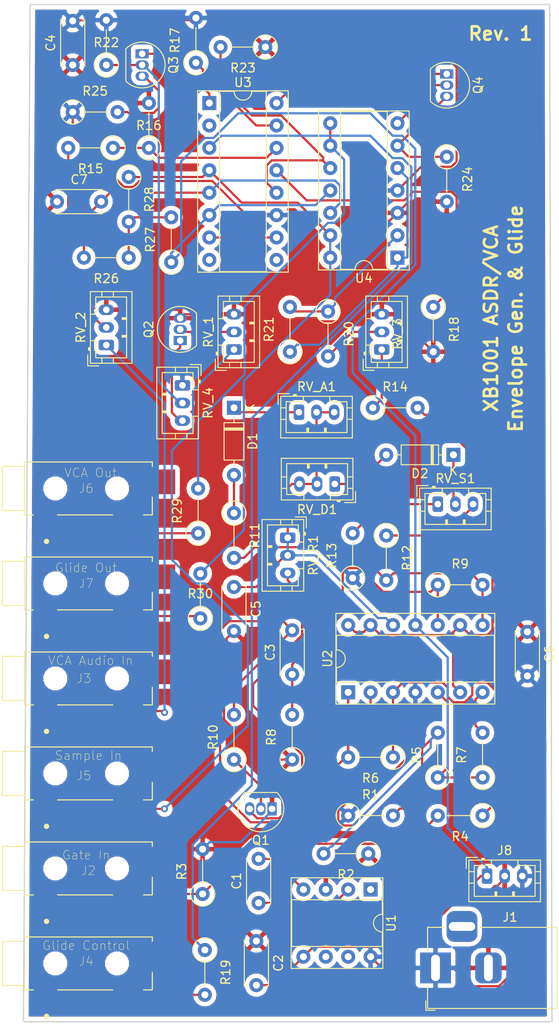
<source format=kicad_pcb>
(kicad_pcb (version 20171130) (host pcbnew "(5.0.1)-rc2")
  (layers (0 F.Cu signal) (31 B.Cu signal) (34 B.Paste user) (35 F.Paste user) (36 B.SilkS user) (37 F.SilkS user) (38 B.Mask user) (39 F.Mask user) (44 Edge.Cuts user))
  (net 0 "")
  (net 1 "Net-(C1-Pad1)")
  (net 2 "Net-(C1-Pad2)")
  (net 3 -9V)
  (net 4 GND)
  (net 5 "Net-(C3-Pad2)")
  (net 6 "Net-(C3-Pad1)")
  (net 7 +9V)
  (net 8 "Net-(C5-Pad1)")
  (net 9 "Net-(C7-Pad2)")
  (net 10 "Net-(D1-Pad1)")
  (net 11 "Net-(D1-Pad2)")
  (net 12 "Net-(D2-Pad2)")
  (net 13 "Net-(D2-Pad1)")
  (net 14 "Net-(Q1-Pad3)")
  (net 15 "Net-(Q1-Pad2)")
  (net 16 "Net-(Q2-Pad1)")
  (net 17 "Net-(Q2-Pad2)")
  (net 18 "Net-(Q3-Pad2)")
  (net 19 "Net-(Q3-Pad3)")
  (net 20 "Net-(Q3-Pad1)")
  (net 21 "Net-(Q4-Pad2)")
  (net 22 "Net-(Q4-Pad3)")
  (net 23 "Net-(Q4-Pad1)")
  (net 24 "Net-(R1-Pad2)")
  (net 25 "Net-(J2-PadT)")
  (net 26 "Net-(R4-Pad1)")
  (net 27 "Net-(R5-Pad1)")
  (net 28 "Net-(R7-Pad2)")
  (net 29 "Net-(R11-Pad2)")
  (net 30 "Net-(R12-Pad1)")
  (net 31 "Net-(R13-Pad2)")
  (net 32 "Net-(R14-Pad1)")
  (net 33 "Net-(R14-Pad2)")
  (net 34 "Net-(R15-Pad1)")
  (net 35 "Net-(R15-Pad2)")
  (net 36 "Net-(R17-Pad1)")
  (net 37 "Net-(R18-Pad1)")
  (net 38 "Net-(R19-Pad1)")
  (net 39 "Net-(J4-PadT)")
  (net 40 "Net-(R20-Pad2)")
  (net 41 "Net-(R20-Pad1)")
  (net 42 "Net-(R21-Pad1)")
  (net 43 "Net-(R23-Pad2)")
  (net 44 "Net-(R26-Pad1)")
  (net 45 "Net-(R28-Pad1)")
  (net 46 "Net-(J6-PadT)")
  (net 47 "Net-(R29-Pad2)")
  (net 48 "Net-(J7-PadT)")
  (net 49 "Net-(J5-PadT)")
  (net 50 "Net-(J3-PadT)")
  (net 51 "Net-(U1-Pad1)")
  (net 52 "Net-(U1-Pad6)")
  (net 53 "Net-(U1-Pad7)")
  (net 54 "Net-(U3-Pad9)")
  (net 55 "Net-(U3-Pad2)")
  (net 56 "Net-(U3-Pad10)")
  (net 57 "Net-(U3-Pad8)")
  (net 58 "Net-(J3-PadTN)")
  (net 59 "Net-(J2-PadTN)")
  (net 60 "Net-(J5-PadTN)")
  (net 61 "Net-(J4-PadTN)")
  (net 62 "Net-(J7-PadTN)")
  (net 63 "Net-(J6-PadTN)")
  (module Connector_JST:JST_PH_B3B-PH-K_1x03_P2.00mm_Vertical (layer F.Cu) (at 142.24 99.06 90)
    (fp_text reference RV_1 (at 2 -2.9 90) (layer F.SilkS))
    (fp_text value 100K)
    (pad 3 thru_hole oval (at 4 0 90) (size 1.2 1.75) (drill 0.75) (layers *.Cu *.Mask) (net 4 GND))
    (pad 2 thru_hole oval (at 2 0 90) (size 1.2 1.75) (drill 0.75) (layers *.Cu *.Mask) (net 17 "Net-(Q2-Pad2)"))
    (pad 1 thru_hole roundrect (at 0 0 90) (size 1.2 1.75) (drill 0.75) (layers *.Cu *.Mask) (roundrect_rratio 0.208333) (net 49 "Net-(J5-PadT)"))
  )
  (module Resistor_THT:R_Axial_DIN0207_L6.3mm_D2.5mm_P5.08mm_Vertical (layer F.Cu) (at 152.908 94.742 270)
    (fp_text reference R20 (at 2.54 -2.37 270) (layer F.SilkS))
    (fp_text value 33K)
    (pad 2 thru_hole oval (at 5.08 0 270) (size 1.6 1.6) (drill 0.8) (layers *.Cu *.Mask) (net 40 "Net-(R20-Pad2)"))
    (pad 1 thru_hole circle (at 0 0 270) (size 1.6 1.6) (drill 0.8) (layers *.Cu *.Mask) (net 41 "Net-(R20-Pad1)"))
  )
  (module Resistor_THT:R_Axial_DIN0207_L6.3mm_D2.5mm_P5.08mm_Vertical (layer F.Cu) (at 165.354 147.574 90)
    (fp_text reference R5 (at 2.54 -2.37 90) (layer F.SilkS))
    (fp_text value 10K)
    (pad 1 thru_hole circle (at 0 0 90) (size 1.6 1.6) (drill 0.8) (layers *.Cu *.Mask) (net 27 "Net-(R5-Pad1)"))
    (pad 2 thru_hole oval (at 5.08 0 90) (size 1.6 1.6) (drill 0.8) (layers *.Cu *.Mask) (net 24 "Net-(R1-Pad2)"))
  )
  (module Connector_JST:JST_PH_B3B-PH-K_1x03_P2.00mm_Vertical (layer F.Cu) (at 170.942 158.75)
    (fp_text reference J8 (at 2 -2.9) (layer F.SilkS))
    (fp_text value "Power Out")
    (pad 1 thru_hole roundrect (at 0 0) (size 1.2 1.75) (drill 0.75) (layers *.Cu *.Mask) (roundrect_rratio 0.208333) (net 3 -9V))
    (pad 2 thru_hole oval (at 2 0) (size 1.2 1.75) (drill 0.75) (layers *.Cu *.Mask) (net 4 GND))
    (pad 3 thru_hole oval (at 4 0) (size 1.2 1.75) (drill 0.75) (layers *.Cu *.Mask) (net 7 +9V))
  )
  (module SJ2-3592B-SMT-TR:CUI_SJ2-3592B-SMT-TR (layer F.Cu) (at 125.73 125.5776)
    (fp_text reference J7 (at -0.254 0) (layer F.SilkS) (effects (font (size 1.00194 1.00194) (thickness 0.05))))
    (fp_text value "Glide Out" (at -0.254 -1.778) (layer F.SilkS) (effects (font (size 1.00016 1.00016) (thickness 0.05))))
    (pad Hole np_thru_hole circle (at 3.25 0) (size 1.7 1.7) (drill 1.7) (layers *.Cu *.Mask F.SilkS))
    (pad Hole np_thru_hole circle (at -3.75 0) (size 1.7 1.7) (drill 1.7) (layers *.Cu *.Mask F.SilkS))
    (pad TN smd rect (at 8.55 -0.75) (size 2.6 2.8) (layers F.Cu F.Paste F.Mask) (net 62 "Net-(J7-PadTN)"))
    (pad T smd rect (at 4.55 3.7) (size 2.8 2.8) (layers F.Cu F.Paste F.Mask) (net 48 "Net-(J7-PadT)"))
    (pad S smd rect (at -4.85 3.7) (size 2.2 2.8) (layers F.Cu F.Paste F.Mask) (net 4 GND))
  )
  (module SJ2-3592B-SMT-TR:CUI_SJ2-3592B-SMT-TR (layer F.Cu) (at 125.73 136.3472)
    (fp_text reference J3 (at -0.508 0) (layer F.SilkS) (effects (font (size 1.00194 1.00194) (thickness 0.05))))
    (fp_text value "VCA Audio In" (at 0.254 -2.032) (layer F.SilkS) (effects (font (size 1.00016 1.00016) (thickness 0.05))))
    (pad S smd rect (at -4.85 3.7) (size 2.2 2.8) (layers F.Cu F.Paste F.Mask) (net 4 GND))
    (pad T smd rect (at 4.55 3.7) (size 2.8 2.8) (layers F.Cu F.Paste F.Mask) (net 50 "Net-(J3-PadT)"))
    (pad TN smd rect (at 8.55 -0.75) (size 2.6 2.8) (layers F.Cu F.Paste F.Mask) (net 58 "Net-(J3-PadTN)"))
    (pad Hole np_thru_hole circle (at -3.75 0) (size 1.7 1.7) (drill 1.7) (layers *.Cu *.Mask F.SilkS))
    (pad Hole np_thru_hole circle (at 3.25 0) (size 1.7 1.7) (drill 1.7) (layers *.Cu *.Mask F.SilkS))
  )
  (module Capacitor_THT:C_Disc_D5.0mm_W2.5mm_P5.00mm (layer F.Cu) (at 145.034 161.798 90)
    (fp_text reference C1 (at 2.5 -2.5 90) (layer F.SilkS))
    (fp_text value 10uF)
    (pad 1 thru_hole circle (at 0 0 90) (size 1.6 1.6) (drill 0.8) (layers *.Cu *.Mask) (net 1 "Net-(C1-Pad1)"))
    (pad 2 thru_hole circle (at 5 0 90) (size 1.6 1.6) (drill 0.8) (layers *.Cu *.Mask) (net 2 "Net-(C1-Pad2)"))
  )
  (module Capacitor_THT:C_Disc_D5.0mm_W2.5mm_P5.00mm (layer F.Cu) (at 144.78 166.116 270)
    (fp_text reference C2 (at 2.5 -2.5 270) (layer F.SilkS))
    (fp_text value 10uF)
    (pad 2 thru_hole circle (at 5 0 270) (size 1.6 1.6) (drill 0.8) (layers *.Cu *.Mask) (net 3 -9V))
    (pad 1 thru_hole circle (at 0 0 270) (size 1.6 1.6) (drill 0.8) (layers *.Cu *.Mask) (net 4 GND))
  )
  (module Capacitor_THT:C_Disc_D5.0mm_W2.5mm_P5.00mm (layer F.Cu) (at 148.844 135.89 90)
    (fp_text reference C3 (at 2.5 -2.5 90) (layer F.SilkS))
    (fp_text value 10nF)
    (pad 2 thru_hole circle (at 5 0 90) (size 1.6 1.6) (drill 0.8) (layers *.Cu *.Mask) (net 5 "Net-(C3-Pad2)"))
    (pad 1 thru_hole circle (at 0 0 90) (size 1.6 1.6) (drill 0.8) (layers *.Cu *.Mask) (net 6 "Net-(C3-Pad1)"))
  )
  (module Capacitor_THT:C_Disc_D5.0mm_W2.5mm_P5.00mm (layer F.Cu) (at 123.952 66.802 90)
    (fp_text reference C4 (at 2.5 -2.5 90) (layer F.SilkS))
    (fp_text value 100nF)
    (pad 1 thru_hole circle (at 0 0 90) (size 1.6 1.6) (drill 0.8) (layers *.Cu *.Mask) (net 4 GND))
    (pad 2 thru_hole circle (at 5 0 90) (size 1.6 1.6) (drill 0.8) (layers *.Cu *.Mask) (net 7 +9V))
  )
  (module Capacitor_THT:C_Disc_D5.0mm_W2.5mm_P5.00mm (layer F.Cu) (at 142.24 125.984 270)
    (fp_text reference C5 (at 2.5 -2.5 270) (layer F.SilkS))
    (fp_text value 10uF)
    (pad 2 thru_hole circle (at 5 0 270) (size 1.6 1.6) (drill 0.8) (layers *.Cu *.Mask) (net 4 GND))
    (pad 1 thru_hole circle (at 0 0 270) (size 1.6 1.6) (drill 0.8) (layers *.Cu *.Mask) (net 8 "Net-(C5-Pad1)"))
  )
  (module Capacitor_THT:C_Disc_D5.0mm_W2.5mm_P5.00mm (layer F.Cu) (at 175.514 131.064 270)
    (fp_text reference C6 (at 2.5 -2.5 270) (layer F.SilkS))
    (fp_text value 100nF)
    (pad 1 thru_hole circle (at 0 0 270) (size 1.6 1.6) (drill 0.8) (layers *.Cu *.Mask) (net 4 GND))
    (pad 2 thru_hole circle (at 5 0 270) (size 1.6 1.6) (drill 0.8) (layers *.Cu *.Mask) (net 7 +9V))
  )
  (module Capacitor_THT:C_Disc_D5.0mm_W2.5mm_P5.00mm (layer F.Cu) (at 122.174 82.296)
    (fp_text reference C7 (at 2.5 -2.5) (layer F.SilkS))
    (fp_text value 1uF)
    (pad 1 thru_hole circle (at 0 0) (size 1.6 1.6) (drill 0.8) (layers *.Cu *.Mask) (net 4 GND))
    (pad 2 thru_hole circle (at 5 0) (size 1.6 1.6) (drill 0.8) (layers *.Cu *.Mask) (net 9 "Net-(C7-Pad2)"))
  )
  (module Diode_THT:D_DO-35_SOD27_P7.62mm_Horizontal (layer F.Cu) (at 142.24 105.664 270)
    (fp_text reference D1 (at 3.81 -2.12 270) (layer F.SilkS))
    (fp_text value D)
    (fp_text user K (at 0 -1.8 270) (layer F.SilkS))
    (pad 1 thru_hole rect (at 0 0 270) (size 1.6 1.6) (drill 0.8) (layers *.Cu *.Mask) (net 10 "Net-(D1-Pad1)"))
    (pad 2 thru_hole oval (at 7.62 0 270) (size 1.6 1.6) (drill 0.8) (layers *.Cu *.Mask) (net 11 "Net-(D1-Pad2)"))
  )
  (module Diode_THT:D_DO-35_SOD27_P7.62mm_Horizontal (layer F.Cu) (at 167.132 110.998 180)
    (fp_text reference D2 (at 3.81 -2.12 180) (layer F.SilkS))
    (fp_text value D)
    (fp_text user K (at 0 -1.8 180) (layer F.SilkS))
    (pad 2 thru_hole oval (at 7.62 0 180) (size 1.6 1.6) (drill 0.8) (layers *.Cu *.Mask) (net 12 "Net-(D2-Pad2)"))
    (pad 1 thru_hole rect (at 0 0 180) (size 1.6 1.6) (drill 0.8) (layers *.Cu *.Mask) (net 13 "Net-(D2-Pad1)"))
  )
  (module Connector_BarrelJack:BarrelJack_Horizontal (layer F.Cu) (at 165.1 169.164 180)
    (fp_text reference J1 (at -8.45 5.75 180) (layer F.SilkS))
    (fp_text value Jack-DC)
    (pad 1 thru_hole rect (at 0 0 180) (size 3.5 3.5) (drill oval 1 3) (layers *.Cu *.Mask) (net 7 +9V))
    (pad 2 thru_hole roundrect (at -6 0 180) (size 3 3.5) (drill oval 1 3) (layers *.Cu *.Mask) (net 4 GND))
    (pad 3 thru_hole roundrect (at -3 4.7 180) (size 3.5 3.5) (drill oval 3 1) (layers *.Cu *.Mask))
  )
  (module SJ2-3592B-SMT-TR:CUI_SJ2-3592B-SMT-TR (layer F.Cu) (at 125.73 157.8864)
    (fp_text reference J2 (at 0 0.254) (layer F.SilkS) (effects (font (size 1.00194 1.00194) (thickness 0.05))))
    (fp_text value "Gate In" (at -0.254 -1.524) (layer F.SilkS) (effects (font (size 1.00016 1.00016) (thickness 0.05))))
    (pad S smd rect (at -4.85 3.7) (size 2.2 2.8) (layers F.Cu F.Paste F.Mask) (net 4 GND))
    (pad T smd rect (at 4.55 3.7) (size 2.8 2.8) (layers F.Cu F.Paste F.Mask) (net 25 "Net-(J2-PadT)"))
    (pad TN smd rect (at 8.55 -0.75) (size 2.6 2.8) (layers F.Cu F.Paste F.Mask) (net 59 "Net-(J2-PadTN)"))
    (pad Hole np_thru_hole circle (at -3.75 0) (size 1.7 1.7) (drill 1.7) (layers *.Cu *.Mask F.SilkS))
    (pad Hole np_thru_hole circle (at 3.25 0) (size 1.7 1.7) (drill 1.7) (layers *.Cu *.Mask F.SilkS))
  )
  (module SJ2-3592B-SMT-TR:CUI_SJ2-3592B-SMT-TR (layer F.Cu) (at 125.73 168.656)
    (fp_text reference J4 (at -0.254 -0.254) (layer F.SilkS) (effects (font (size 1.00194 1.00194) (thickness 0.05))))
    (fp_text value "Glide Control" (at -0.254 -2.032) (layer F.SilkS) (effects (font (size 1.00016 1.00016) (thickness 0.05))))
    (pad S smd rect (at -4.85 3.7) (size 2.2 2.8) (layers F.Cu F.Paste F.Mask) (net 4 GND))
    (pad T smd rect (at 4.55 3.7) (size 2.8 2.8) (layers F.Cu F.Paste F.Mask) (net 39 "Net-(J4-PadT)"))
    (pad TN smd rect (at 8.55 -0.75) (size 2.6 2.8) (layers F.Cu F.Paste F.Mask) (net 61 "Net-(J4-PadTN)"))
    (pad Hole np_thru_hole circle (at -3.75 0) (size 1.7 1.7) (drill 1.7) (layers *.Cu *.Mask F.SilkS))
    (pad Hole np_thru_hole circle (at 3.25 0) (size 1.7 1.7) (drill 1.7) (layers *.Cu *.Mask F.SilkS))
  )
  (module SJ2-3592B-SMT-TR:CUI_SJ2-3592B-SMT-TR (layer F.Cu) (at 125.73 147.1168)
    (fp_text reference J5 (at -0.508 0.254) (layer F.SilkS) (effects (font (size 1.00194 1.00194) (thickness 0.05))))
    (fp_text value "Sample In" (at 0 -2.032) (layer F.SilkS) (effects (font (size 1.00016 1.00016) (thickness 0.05))))
    (pad Hole np_thru_hole circle (at 3.25 0) (size 1.7 1.7) (drill 1.7) (layers *.Cu *.Mask F.SilkS))
    (pad Hole np_thru_hole circle (at -3.75 0) (size 1.7 1.7) (drill 1.7) (layers *.Cu *.Mask F.SilkS))
    (pad TN smd rect (at 8.55 -0.75) (size 2.6 2.8) (layers F.Cu F.Paste F.Mask) (net 60 "Net-(J5-PadTN)"))
    (pad T smd rect (at 4.55 3.7) (size 2.8 2.8) (layers F.Cu F.Paste F.Mask) (net 49 "Net-(J5-PadT)"))
    (pad S smd rect (at -4.85 3.7) (size 2.2 2.8) (layers F.Cu F.Paste F.Mask) (net 4 GND))
  )
  (module SJ2-3592B-SMT-TR:CUI_SJ2-3592B-SMT-TR (layer F.Cu) (at 125.73 114.808)
    (fp_text reference J6 (at -0.254 0) (layer F.SilkS) (effects (font (size 1.00194 1.00194) (thickness 0.05))))
    (fp_text value "VCA Out" (at 0.254 -1.778) (layer F.SilkS) (effects (font (size 1.00016 1.00016) (thickness 0.05))))
    (pad Hole np_thru_hole circle (at 3.25 0) (size 1.7 1.7) (drill 1.7) (layers *.Cu *.Mask F.SilkS))
    (pad Hole np_thru_hole circle (at -3.75 0) (size 1.7 1.7) (drill 1.7) (layers *.Cu *.Mask F.SilkS))
    (pad TN smd rect (at 8.55 -0.75) (size 2.6 2.8) (layers F.Cu F.Paste F.Mask) (net 63 "Net-(J6-PadTN)"))
    (pad T smd rect (at 4.55 3.7) (size 2.8 2.8) (layers F.Cu F.Paste F.Mask) (net 46 "Net-(J6-PadT)"))
    (pad S smd rect (at -4.85 3.7) (size 2.2 2.8) (layers F.Cu F.Paste F.Mask) (net 4 GND))
  )
  (module Package_TO_SOT_THT:TO-92_Inline (layer F.Cu) (at 146.558 151.13 180)
    (fp_text reference Q1 (at 1.27 -3.56 180) (layer F.SilkS))
    (fp_text value BC559)
    (pad 1 thru_hole rect (at 0 0 180) (size 1.05 1.5) (drill 0.75) (layers *.Cu *.Mask) (net 4 GND))
    (pad 3 thru_hole oval (at 2.54 0 180) (size 1.05 1.5) (drill 0.75) (layers *.Cu *.Mask) (net 14 "Net-(Q1-Pad3)"))
    (pad 2 thru_hole oval (at 1.27 0 180) (size 1.05 1.5) (drill 0.75) (layers *.Cu *.Mask) (net 15 "Net-(Q1-Pad2)"))
  )
  (module Package_TO_SOT_THT:TO-92_Inline (layer F.Cu) (at 136.144 98.044 90)
    (fp_text reference Q2 (at 1.27 -3.56 90) (layer F.SilkS))
    (fp_text value BC548)
    (pad 1 thru_hole rect (at 0 0 90) (size 1.05 1.5) (drill 0.75) (layers *.Cu *.Mask) (net 16 "Net-(Q2-Pad1)"))
    (pad 3 thru_hole oval (at 2.54 0 90) (size 1.05 1.5) (drill 0.75) (layers *.Cu *.Mask) (net 4 GND))
    (pad 2 thru_hole oval (at 1.27 0 90) (size 1.05 1.5) (drill 0.75) (layers *.Cu *.Mask) (net 17 "Net-(Q2-Pad2)"))
  )
  (module Package_TO_SOT_THT:TO-92_Inline (layer F.Cu) (at 131.826 65.532 270)
    (fp_text reference Q3 (at 1.27 -3.56 270) (layer F.SilkS))
    (fp_text value BC559)
    (pad 2 thru_hole oval (at 1.27 0 270) (size 1.05 1.5) (drill 0.75) (layers *.Cu *.Mask) (net 18 "Net-(Q3-Pad2)"))
    (pad 3 thru_hole oval (at 2.54 0 270) (size 1.05 1.5) (drill 0.75) (layers *.Cu *.Mask) (net 19 "Net-(Q3-Pad3)"))
    (pad 1 thru_hole rect (at 0 0 270) (size 1.05 1.5) (drill 0.75) (layers *.Cu *.Mask) (net 20 "Net-(Q3-Pad1)"))
  )
  (module Package_TO_SOT_THT:TO-92_Inline (layer F.Cu) (at 166.37 67.818 270)
    (fp_text reference Q4 (at 1.27 -3.56 270) (layer F.SilkS))
    (fp_text value BC559)
    (pad 2 thru_hole oval (at 1.27 0 270) (size 1.05 1.5) (drill 0.75) (layers *.Cu *.Mask) (net 21 "Net-(Q4-Pad2)"))
    (pad 3 thru_hole oval (at 2.54 0 270) (size 1.05 1.5) (drill 0.75) (layers *.Cu *.Mask) (net 22 "Net-(Q4-Pad3)"))
    (pad 1 thru_hole rect (at 0 0 270) (size 1.05 1.5) (drill 0.75) (layers *.Cu *.Mask) (net 23 "Net-(Q4-Pad1)"))
  )
  (module Resistor_THT:R_Axial_DIN0207_L6.3mm_D2.5mm_P5.08mm_Vertical (layer F.Cu) (at 155.194 151.892)
    (fp_text reference R1 (at 2.54 -2.37) (layer F.SilkS))
    (fp_text value 33K)
    (pad 2 thru_hole oval (at 5.08 0) (size 1.6 1.6) (drill 0.8) (layers *.Cu *.Mask) (net 24 "Net-(R1-Pad2)"))
    (pad 1 thru_hole circle (at 0 0) (size 1.6 1.6) (drill 0.8) (layers *.Cu *.Mask) (net 7 +9V))
  )
  (module Resistor_THT:R_Axial_DIN0207_L6.3mm_D2.5mm_P5.08mm_Vertical (layer F.Cu) (at 157.48 156.21 180)
    (fp_text reference R2 (at 2.54 -2.37 180) (layer F.SilkS))
    (fp_text value 1K)
    (pad 2 thru_hole oval (at 5.08 0 180) (size 1.6 1.6) (drill 0.8) (layers *.Cu *.Mask) (net 24 "Net-(R1-Pad2)"))
    (pad 1 thru_hole circle (at 0 0 180) (size 1.6 1.6) (drill 0.8) (layers *.Cu *.Mask) (net 4 GND))
  )
  (module Resistor_THT:R_Axial_DIN0207_L6.3mm_D2.5mm_P5.08mm_Vertical (layer F.Cu) (at 138.684 160.782 90)
    (fp_text reference R3 (at 2.54 -2.37 90) (layer F.SilkS))
    (fp_text value 22K)
    (pad 1 thru_hole circle (at 0 0 90) (size 1.6 1.6) (drill 0.8) (layers *.Cu *.Mask) (net 25 "Net-(J2-PadT)"))
    (pad 2 thru_hole oval (at 5.08 0 90) (size 1.6 1.6) (drill 0.8) (layers *.Cu *.Mask) (net 4 GND))
  )
  (module Resistor_THT:R_Axial_DIN0207_L6.3mm_D2.5mm_P5.08mm_Vertical (layer F.Cu) (at 170.434 151.892 180)
    (fp_text reference R4 (at 2.54 -2.37 180) (layer F.SilkS))
    (fp_text value 1K)
    (pad 1 thru_hole circle (at 0 0 180) (size 1.6 1.6) (drill 0.8) (layers *.Cu *.Mask) (net 26 "Net-(R4-Pad1)"))
    (pad 2 thru_hole oval (at 5.08 0 180) (size 1.6 1.6) (drill 0.8) (layers *.Cu *.Mask) (net 25 "Net-(J2-PadT)"))
  )
  (module Resistor_THT:R_Axial_DIN0207_L6.3mm_D2.5mm_P5.08mm_Vertical (layer F.Cu) (at 160.274 145.288 180)
    (fp_text reference R6 (at 2.54 -2.37 180) (layer F.SilkS))
    (fp_text value 1M)
    (pad 2 thru_hole oval (at 5.08 0 180) (size 1.6 1.6) (drill 0.8) (layers *.Cu *.Mask) (net 5 "Net-(C3-Pad2)"))
    (pad 1 thru_hole circle (at 0 0 180) (size 1.6 1.6) (drill 0.8) (layers *.Cu *.Mask) (net 26 "Net-(R4-Pad1)"))
  )
  (module Resistor_THT:R_Axial_DIN0207_L6.3mm_D2.5mm_P5.08mm_Vertical (layer F.Cu) (at 170.434 147.574 90)
    (fp_text reference R7 (at 2.54 -2.37 90) (layer F.SilkS))
    (fp_text value 1M)
    (pad 1 thru_hole circle (at 0 0 90) (size 1.6 1.6) (drill 0.8) (layers *.Cu *.Mask) (net 27 "Net-(R5-Pad1)"))
    (pad 2 thru_hole oval (at 5.08 0 90) (size 1.6 1.6) (drill 0.8) (layers *.Cu *.Mask) (net 28 "Net-(R7-Pad2)"))
  )
  (module Resistor_THT:R_Axial_DIN0207_L6.3mm_D2.5mm_P5.08mm_Vertical (layer F.Cu) (at 148.844 145.542 90)
    (fp_text reference R8 (at 2.54 -2.37 90) (layer F.SilkS))
    (fp_text value 1M)
    (pad 2 thru_hole oval (at 5.08 0 90) (size 1.6 1.6) (drill 0.8) (layers *.Cu *.Mask) (net 6 "Net-(C3-Pad1)"))
    (pad 1 thru_hole circle (at 0 0 90) (size 1.6 1.6) (drill 0.8) (layers *.Cu *.Mask) (net 4 GND))
  )
  (module Resistor_THT:R_Axial_DIN0207_L6.3mm_D2.5mm_P5.08mm_Vertical (layer F.Cu) (at 165.354 125.73)
    (fp_text reference R9 (at 2.54 -2.37) (layer F.SilkS))
    (fp_text value 1M)
    (pad 2 thru_hole oval (at 5.08 0) (size 1.6 1.6) (drill 0.8) (layers *.Cu *.Mask) (net 29 "Net-(R11-Pad2)"))
    (pad 1 thru_hole circle (at 0 0) (size 1.6 1.6) (drill 0.8) (layers *.Cu *.Mask) (net 6 "Net-(C3-Pad1)"))
  )
  (module Resistor_THT:R_Axial_DIN0207_L6.3mm_D2.5mm_P5.08mm_Vertical (layer F.Cu) (at 142.24 145.542 90)
    (fp_text reference R10 (at 2.54 -2.37 90) (layer F.SilkS))
    (fp_text value 33K)
    (pad 2 thru_hole oval (at 5.08 0 90) (size 1.6 1.6) (drill 0.8) (layers *.Cu *.Mask) (net 5 "Net-(C3-Pad2)"))
    (pad 1 thru_hole circle (at 0 0 90) (size 1.6 1.6) (drill 0.8) (layers *.Cu *.Mask) (net 15 "Net-(Q1-Pad2)"))
  )
  (module Resistor_THT:R_Axial_DIN0207_L6.3mm_D2.5mm_P5.08mm_Vertical (layer F.Cu) (at 142.24 117.602 270)
    (fp_text reference R11 (at 2.54 -2.37 270) (layer F.SilkS))
    (fp_text value 1K)
    (pad 1 thru_hole circle (at 0 0 270) (size 1.6 1.6) (drill 0.8) (layers *.Cu *.Mask) (net 11 "Net-(D1-Pad2)"))
    (pad 2 thru_hole oval (at 5.08 0 270) (size 1.6 1.6) (drill 0.8) (layers *.Cu *.Mask) (net 29 "Net-(R11-Pad2)"))
  )
  (module Resistor_THT:R_Axial_DIN0207_L6.3mm_D2.5mm_P5.08mm_Vertical (layer F.Cu) (at 159.512 120.142 270)
    (fp_text reference R12 (at 2.54 -2.37 270) (layer F.SilkS))
    (fp_text value 10K)
    (pad 2 thru_hole oval (at 5.08 0 270) (size 1.6 1.6) (drill 0.8) (layers *.Cu *.Mask) (net 29 "Net-(R11-Pad2)"))
    (pad 1 thru_hole circle (at 0 0 270) (size 1.6 1.6) (drill 0.8) (layers *.Cu *.Mask) (net 30 "Net-(R12-Pad1)"))
  )
  (module Resistor_THT:R_Axial_DIN0207_L6.3mm_D2.5mm_P5.08mm_Vertical (layer F.Cu) (at 155.702 124.968 90)
    (fp_text reference R13 (at 2.54 -2.37 90) (layer F.SilkS))
    (fp_text value 10K)
    (pad 1 thru_hole circle (at 0 0 90) (size 1.6 1.6) (drill 0.8) (layers *.Cu *.Mask) (net 7 +9V))
    (pad 2 thru_hole oval (at 5.08 0 90) (size 1.6 1.6) (drill 0.8) (layers *.Cu *.Mask) (net 31 "Net-(R13-Pad2)"))
  )
  (module Resistor_THT:R_Axial_DIN0207_L6.3mm_D2.5mm_P5.08mm_Vertical (layer F.Cu) (at 157.988 105.664)
    (fp_text reference R14 (at 2.54 -2.37) (layer F.SilkS))
    (fp_text value 1K)
    (pad 1 thru_hole circle (at 0 0) (size 1.6 1.6) (drill 0.8) (layers *.Cu *.Mask) (net 32 "Net-(R14-Pad1)"))
    (pad 2 thru_hole oval (at 5.08 0) (size 1.6 1.6) (drill 0.8) (layers *.Cu *.Mask) (net 33 "Net-(R14-Pad2)"))
  )
  (module Resistor_THT:R_Axial_DIN0207_L6.3mm_D2.5mm_P5.08mm_Vertical (layer F.Cu) (at 128.524 76.2 180)
    (fp_text reference R15 (at 2.54 -2.37 180) (layer F.SilkS))
    (fp_text value 10K)
    (pad 1 thru_hole circle (at 0 0 180) (size 1.6 1.6) (drill 0.8) (layers *.Cu *.Mask) (net 34 "Net-(R15-Pad1)"))
    (pad 2 thru_hole oval (at 5.08 0 180) (size 1.6 1.6) (drill 0.8) (layers *.Cu *.Mask) (net 35 "Net-(R15-Pad2)"))
  )
  (module Resistor_THT:R_Axial_DIN0207_L6.3mm_D2.5mm_P5.08mm_Vertical (layer F.Cu) (at 132.588 76.2 90)
    (fp_text reference R16 (at 2.54 0 180) (layer F.SilkS))
    (fp_text value 1K)
    (pad 1 thru_hole circle (at 0 0 90) (size 1.6 1.6) (drill 0.8) (layers *.Cu *.Mask) (net 34 "Net-(R15-Pad1)"))
    (pad 2 thru_hole oval (at 5.08 0 90) (size 1.6 1.6) (drill 0.8) (layers *.Cu *.Mask) (net 4 GND))
  )
  (module Resistor_THT:R_Axial_DIN0207_L6.3mm_D2.5mm_P5.08mm_Vertical (layer F.Cu) (at 137.922 66.548 90)
    (fp_text reference R17 (at 2.54 -2.37 90) (layer F.SilkS))
    (fp_text value 10K)
    (pad 2 thru_hole oval (at 5.08 0 90) (size 1.6 1.6) (drill 0.8) (layers *.Cu *.Mask) (net 7 +9V))
    (pad 1 thru_hole circle (at 0 0 90) (size 1.6 1.6) (drill 0.8) (layers *.Cu *.Mask) (net 36 "Net-(R17-Pad1)"))
  )
  (module Resistor_THT:R_Axial_DIN0207_L6.3mm_D2.5mm_P5.08mm_Vertical (layer F.Cu) (at 164.846 94.234 270)
    (fp_text reference R18 (at 2.54 -2.37 270) (layer F.SilkS))
    (fp_text value 1K)
    (pad 2 thru_hole oval (at 5.08 0 270) (size 1.6 1.6) (drill 0.8) (layers *.Cu *.Mask) (net 4 GND))
    (pad 1 thru_hole circle (at 0 0 270) (size 1.6 1.6) (drill 0.8) (layers *.Cu *.Mask) (net 37 "Net-(R18-Pad1)"))
  )
  (module Resistor_THT:R_Axial_DIN0207_L6.3mm_D2.5mm_P5.08mm_Vertical (layer F.Cu) (at 138.938 167.132 270)
    (fp_text reference R19 (at 2.54 -2.37 270) (layer F.SilkS))
    (fp_text value 100K)
    (pad 1 thru_hole circle (at 0 0 270) (size 1.6 1.6) (drill 0.8) (layers *.Cu *.Mask) (net 38 "Net-(R19-Pad1)"))
    (pad 2 thru_hole oval (at 5.08 0 270) (size 1.6 1.6) (drill 0.8) (layers *.Cu *.Mask) (net 39 "Net-(J4-PadT)"))
  )
  (module Resistor_THT:R_Axial_DIN0207_L6.3mm_D2.5mm_P5.08mm_Vertical (layer F.Cu) (at 148.59 99.314 90)
    (fp_text reference R21 (at 2.54 -2.37 90) (layer F.SilkS))
    (fp_text value 33K)
    (pad 1 thru_hole circle (at 0 0 90) (size 1.6 1.6) (drill 0.8) (layers *.Cu *.Mask) (net 42 "Net-(R21-Pad1)"))
    (pad 2 thru_hole oval (at 5.08 0 90) (size 1.6 1.6) (drill 0.8) (layers *.Cu *.Mask) (net 41 "Net-(R20-Pad1)"))
  )
  (module Resistor_THT:R_Axial_DIN0207_L6.3mm_D2.5mm_P5.08mm_Vertical (layer F.Cu) (at 127.762 66.802 90)
    (fp_text reference R22 (at 2.54 0 180) (layer F.SilkS))
    (fp_text value 33K)
    (pad 1 thru_hole circle (at 0 0 90) (size 1.6 1.6) (drill 0.8) (layers *.Cu *.Mask) (net 18 "Net-(Q3-Pad2)"))
    (pad 2 thru_hole oval (at 5.08 0 90) (size 1.6 1.6) (drill 0.8) (layers *.Cu *.Mask) (net 7 +9V))
  )
  (module Resistor_THT:R_Axial_DIN0207_L6.3mm_D2.5mm_P5.08mm_Vertical (layer F.Cu) (at 145.796 64.77 180)
    (fp_text reference R23 (at 2.54 -2.37 180) (layer F.SilkS))
    (fp_text value 10K)
    (pad 2 thru_hole oval (at 5.08 0 180) (size 1.6 1.6) (drill 0.8) (layers *.Cu *.Mask) (net 43 "Net-(R23-Pad2)"))
    (pad 1 thru_hole circle (at 0 0 180) (size 1.6 1.6) (drill 0.8) (layers *.Cu *.Mask) (net 4 GND))
  )
  (module Resistor_THT:R_Axial_DIN0207_L6.3mm_D2.5mm_P5.08mm_Vertical (layer F.Cu) (at 166.37 77.216 270)
    (fp_text reference R24 (at 2.54 -2.37 270) (layer F.SilkS))
    (fp_text value 5K)
    (pad 2 thru_hole oval (at 5.08 0 270) (size 1.6 1.6) (drill 0.8) (layers *.Cu *.Mask) (net 4 GND))
    (pad 1 thru_hole circle (at 0 0 270) (size 1.6 1.6) (drill 0.8) (layers *.Cu *.Mask) (net 22 "Net-(Q4-Pad3)"))
  )
  (module Resistor_THT:R_Axial_DIN0207_L6.3mm_D2.5mm_P5.08mm_Vertical (layer F.Cu) (at 123.952 72.136)
    (fp_text reference R25 (at 2.54 -2.37) (layer F.SilkS))
    (fp_text value 33K)
    (pad 2 thru_hole oval (at 5.08 0) (size 1.6 1.6) (drill 0.8) (layers *.Cu *.Mask) (net 19 "Net-(Q3-Pad3)"))
    (pad 1 thru_hole circle (at 0 0) (size 1.6 1.6) (drill 0.8) (layers *.Cu *.Mask) (net 7 +9V))
  )
  (module Resistor_THT:R_Axial_DIN0207_L6.3mm_D2.5mm_P5.08mm_Vertical (layer F.Cu) (at 130.302 88.646 180)
    (fp_text reference R26 (at 2.54 -2.37 180) (layer F.SilkS))
    (fp_text value 1M)
    (pad 2 thru_hole oval (at 5.08 0 180) (size 1.6 1.6) (drill 0.8) (layers *.Cu *.Mask) (net 9 "Net-(C7-Pad2)"))
    (pad 1 thru_hole circle (at 0 0 180) (size 1.6 1.6) (drill 0.8) (layers *.Cu *.Mask) (net 44 "Net-(R26-Pad1)"))
  )
  (module Resistor_THT:R_Axial_DIN0207_L6.3mm_D2.5mm_P5.08mm_Vertical (layer F.Cu) (at 135.128 89.154 90)
    (fp_text reference R27 (at 2.54 -2.37 90) (layer F.SilkS))
    (fp_text value 1M)
    (pad 2 thru_hole oval (at 5.08 0 90) (size 1.6 1.6) (drill 0.8) (layers *.Cu *.Mask) (net 44 "Net-(R26-Pad1)"))
    (pad 1 thru_hole circle (at 0 0 90) (size 1.6 1.6) (drill 0.8) (layers *.Cu *.Mask) (net 3 -9V))
  )
  (module Resistor_THT:R_Axial_DIN0207_L6.3mm_D2.5mm_P5.08mm_Vertical (layer F.Cu) (at 130.302 79.502 270)
    (fp_text reference R28 (at 2.54 -2.37 270) (layer F.SilkS))
    (fp_text value 1M)
    (pad 1 thru_hole circle (at 0 0 270) (size 1.6 1.6) (drill 0.8) (layers *.Cu *.Mask) (net 45 "Net-(R28-Pad1)"))
    (pad 2 thru_hole oval (at 5.08 0 270) (size 1.6 1.6) (drill 0.8) (layers *.Cu *.Mask) (net 44 "Net-(R26-Pad1)"))
  )
  (module Resistor_THT:R_Axial_DIN0207_L6.3mm_D2.5mm_P5.08mm_Vertical (layer F.Cu) (at 138.176 119.888 90)
    (fp_text reference R29 (at 2.54 -2.37 90) (layer F.SilkS))
    (fp_text value 1K)
    (pad 1 thru_hole circle (at 0 0 90) (size 1.6 1.6) (drill 0.8) (layers *.Cu *.Mask) (net 46 "Net-(J6-PadT)"))
    (pad 2 thru_hole oval (at 5.08 0 90) (size 1.6 1.6) (drill 0.8) (layers *.Cu *.Mask) (net 47 "Net-(R29-Pad2)"))
  )
  (module Resistor_THT:R_Axial_DIN0207_L6.3mm_D2.5mm_P5.08mm_Vertical (layer F.Cu) (at 138.43 129.54 90)
    (fp_text reference R30 (at 2.794 0 180) (layer F.SilkS))
    (fp_text value 1K)
    (pad 1 thru_hole circle (at 0 0 90) (size 1.6 1.6) (drill 0.8) (layers *.Cu *.Mask) (net 48 "Net-(J7-PadT)"))
    (pad 2 thru_hole oval (at 5.08 0 90) (size 1.6 1.6) (drill 0.8) (layers *.Cu *.Mask) (net 45 "Net-(R28-Pad1)"))
  )
  (module Connector_JST:JST_PH_B3B-PH-K_1x03_P2.00mm_Vertical (layer F.Cu) (at 127.762 98.552 90)
    (fp_text reference RV_2 (at 2 -2.9 90) (layer F.SilkS))
    (fp_text value 100K)
    (pad 1 thru_hole roundrect (at 0 0 90) (size 1.2 1.75) (drill 0.75) (layers *.Cu *.Mask) (roundrect_rratio 0.208333) (net 50 "Net-(J3-PadT)"))
    (pad 2 thru_hole oval (at 2 0 90) (size 1.2 1.75) (drill 0.75) (layers *.Cu *.Mask) (net 35 "Net-(R15-Pad2)"))
    (pad 3 thru_hole oval (at 4 0 90) (size 1.2 1.75) (drill 0.75) (layers *.Cu *.Mask) (net 4 GND))
  )
  (module Connector_JST:JST_PH_B3B-PH-K_1x03_P2.00mm_Vertical (layer F.Cu) (at 159.004 99.06 90)
    (fp_text reference RV_3 (at 1.778 1.778 90) (layer F.SilkS))
    (fp_text value 100K)
    (pad 1 thru_hole roundrect (at 0 0 90) (size 1.2 1.75) (drill 0.75) (layers *.Cu *.Mask) (roundrect_rratio 0.208333) (net 32 "Net-(R14-Pad1)"))
    (pad 2 thru_hole oval (at 2 0 90) (size 1.2 1.75) (drill 0.75) (layers *.Cu *.Mask) (net 40 "Net-(R20-Pad2)"))
    (pad 3 thru_hole oval (at 4 0 90) (size 1.2 1.75) (drill 0.75) (layers *.Cu *.Mask) (net 4 GND))
  )
  (module Connector_JST:JST_PH_B3B-PH-K_1x03_P2.00mm_Vertical (layer F.Cu) (at 136.398 103.124 270)
    (fp_text reference RV_4 (at 2 -2.9 270) (layer F.SilkS))
    (fp_text value 100K)
    (pad 1 thru_hole roundrect (at 0 0 270) (size 1.2 1.75) (drill 0.75) (layers *.Cu *.Mask) (roundrect_rratio 0.208333) (net 7 +9V))
    (pad 2 thru_hole oval (at 2 0 270) (size 1.2 1.75) (drill 0.75) (layers *.Cu *.Mask) (net 18 "Net-(Q3-Pad2)"))
    (pad 3 thru_hole oval (at 4 0 270) (size 1.2 1.75) (drill 0.75) (layers *.Cu *.Mask) (net 16 "Net-(Q2-Pad1)"))
  )
  (module Connector_JST:JST_PH_B3B-PH-K_1x03_P2.00mm_Vertical (layer F.Cu) (at 149.606 106.172)
    (fp_text reference RV_A1 (at 2 -2.9) (layer F.SilkS))
    (fp_text value 1M)
    (pad 3 thru_hole oval (at 4 0) (size 1.2 1.75) (drill 0.75) (layers *.Cu *.Mask) (net 8 "Net-(C5-Pad1)"))
    (pad 2 thru_hole oval (at 2 0) (size 1.2 1.75) (drill 0.75) (layers *.Cu *.Mask) (net 8 "Net-(C5-Pad1)"))
    (pad 1 thru_hole roundrect (at 0 0) (size 1.2 1.75) (drill 0.75) (layers *.Cu *.Mask) (roundrect_rratio 0.208333) (net 10 "Net-(D1-Pad1)"))
  )
  (module Connector_JST:JST_PH_B3B-PH-K_1x03_P2.00mm_Vertical (layer F.Cu) (at 153.67 114.3 180)
    (fp_text reference RV_D1 (at 2 -2.9 180) (layer F.SilkS))
    (fp_text value 1M)
    (pad 3 thru_hole oval (at 4 0 180) (size 1.2 1.75) (drill 0.75) (layers *.Cu *.Mask) (net 8 "Net-(C5-Pad1)"))
    (pad 2 thru_hole oval (at 2 0 180) (size 1.2 1.75) (drill 0.75) (layers *.Cu *.Mask) (net 8 "Net-(C5-Pad1)"))
    (pad 1 thru_hole roundrect (at 0 0 180) (size 1.2 1.75) (drill 0.75) (layers *.Cu *.Mask) (roundrect_rratio 0.208333) (net 12 "Net-(D2-Pad2)"))
  )
  (module Connector_JST:JST_PH_B3B-PH-K_1x03_P2.00mm_Vertical (layer F.Cu) (at 148.336 120.396 270)
    (fp_text reference RV_R1 (at 2 -2.9 270) (layer F.SilkS))
    (fp_text value 1M)
    (pad 1 thru_hole roundrect (at 0 0 270) (size 1.2 1.75) (drill 0.75) (layers *.Cu *.Mask) (roundrect_rratio 0.208333) (net 8 "Net-(C5-Pad1)"))
    (pad 2 thru_hole oval (at 2 0 270) (size 1.2 1.75) (drill 0.75) (layers *.Cu *.Mask) (net 8 "Net-(C5-Pad1)"))
    (pad 3 thru_hole oval (at 4 0 270) (size 1.2 1.75) (drill 0.75) (layers *.Cu *.Mask) (net 14 "Net-(Q1-Pad3)"))
  )
  (module Connector_JST:JST_PH_B3B-PH-K_1x03_P2.00mm_Vertical (layer F.Cu) (at 165.354 116.586)
    (fp_text reference RV_S1 (at 2 -2.9) (layer F.SilkS))
    (fp_text value 10K)
    (pad 1 thru_hole roundrect (at 0 0) (size 1.2 1.75) (drill 0.75) (layers *.Cu *.Mask) (roundrect_rratio 0.208333) (net 31 "Net-(R13-Pad2)"))
    (pad 2 thru_hole oval (at 2 0) (size 1.2 1.75) (drill 0.75) (layers *.Cu *.Mask) (net 13 "Net-(D2-Pad1)"))
    (pad 3 thru_hole oval (at 4 0) (size 1.2 1.75) (drill 0.75) (layers *.Cu *.Mask) (net 30 "Net-(R12-Pad1)"))
  )
  (module Package_DIP:DIP-8_W7.62mm_Socket (layer F.Cu) (at 157.734 160.274 270)
    (fp_text reference U1 (at 3.81 -2.33 270) (layer F.SilkS))
    (fp_text value LTC1044)
    (pad 1 thru_hole rect (at 0 0 270) (size 1.6 1.6) (drill 0.8) (layers *.Cu *.Mask) (net 51 "Net-(U1-Pad1)"))
    (pad 5 thru_hole oval (at 7.62 7.62 270) (size 1.6 1.6) (drill 0.8) (layers *.Cu *.Mask) (net 3 -9V))
    (pad 2 thru_hole oval (at 0 2.54 270) (size 1.6 1.6) (drill 0.8) (layers *.Cu *.Mask) (net 1 "Net-(C1-Pad1)"))
    (pad 6 thru_hole oval (at 7.62 5.08 270) (size 1.6 1.6) (drill 0.8) (layers *.Cu *.Mask) (net 52 "Net-(U1-Pad6)"))
    (pad 3 thru_hole oval (at 0 5.08 270) (size 1.6 1.6) (drill 0.8) (layers *.Cu *.Mask) (net 4 GND))
    (pad 7 thru_hole oval (at 7.62 2.54 270) (size 1.6 1.6) (drill 0.8) (layers *.Cu *.Mask) (net 53 "Net-(U1-Pad7)"))
    (pad 4 thru_hole oval (at 0 7.62 270) (size 1.6 1.6) (drill 0.8) (layers *.Cu *.Mask) (net 2 "Net-(C1-Pad2)"))
    (pad 8 thru_hole oval (at 7.62 0 270) (size 1.6 1.6) (drill 0.8) (layers *.Cu *.Mask) (net 7 +9V))
  )
  (module Package_DIP:DIP-14_W7.62mm_Socket (layer F.Cu) (at 155.194 137.922 90)
    (fp_text reference U2 (at 3.81 -2.33 90) (layer F.SilkS))
    (fp_text value LM324)
    (pad 1 thru_hole rect (at 0 0 90) (size 1.6 1.6) (drill 0.8) (layers *.Cu *.Mask) (net 5 "Net-(C3-Pad2)"))
    (pad 8 thru_hole oval (at 7.62 15.24 90) (size 1.6 1.6) (drill 0.8) (layers *.Cu *.Mask) (net 29 "Net-(R11-Pad2)"))
    (pad 2 thru_hole oval (at 0 2.54 90) (size 1.6 1.6) (drill 0.8) (layers *.Cu *.Mask) (net 24 "Net-(R1-Pad2)"))
    (pad 9 thru_hole oval (at 7.62 12.7 90) (size 1.6 1.6) (drill 0.8) (layers *.Cu *.Mask) (net 33 "Net-(R14-Pad2)"))
    (pad 3 thru_hole oval (at 0 5.08 90) (size 1.6 1.6) (drill 0.8) (layers *.Cu *.Mask) (net 26 "Net-(R4-Pad1)"))
    (pad 10 thru_hole oval (at 7.62 10.16 90) (size 1.6 1.6) (drill 0.8) (layers *.Cu *.Mask) (net 6 "Net-(C3-Pad1)"))
    (pad 4 thru_hole oval (at 0 7.62 90) (size 1.6 1.6) (drill 0.8) (layers *.Cu *.Mask) (net 7 +9V))
    (pad 11 thru_hole oval (at 7.62 7.62 90) (size 1.6 1.6) (drill 0.8) (layers *.Cu *.Mask) (net 3 -9V))
    (pad 5 thru_hole oval (at 0 10.16 90) (size 1.6 1.6) (drill 0.8) (layers *.Cu *.Mask) (net 27 "Net-(R5-Pad1)"))
    (pad 12 thru_hole oval (at 7.62 5.08 90) (size 1.6 1.6) (drill 0.8) (layers *.Cu *.Mask) (net 8 "Net-(C5-Pad1)"))
    (pad 6 thru_hole oval (at 0 12.7 90) (size 1.6 1.6) (drill 0.8) (layers *.Cu *.Mask) (net 33 "Net-(R14-Pad2)"))
    (pad 13 thru_hole oval (at 7.62 2.54 90) (size 1.6 1.6) (drill 0.8) (layers *.Cu *.Mask) (net 33 "Net-(R14-Pad2)"))
    (pad 7 thru_hole oval (at 0 15.24 90) (size 1.6 1.6) (drill 0.8) (layers *.Cu *.Mask) (net 28 "Net-(R7-Pad2)"))
    (pad 14 thru_hole oval (at 7.62 0 90) (size 1.6 1.6) (drill 0.8) (layers *.Cu *.Mask) (net 33 "Net-(R14-Pad2)"))
  )
  (module Package_DIP:DIP-16_W7.62mm_Socket (layer F.Cu) (at 139.446 71.12)
    (fp_text reference U3 (at 3.81 -2.33) (layer F.SilkS))
    (fp_text value LM13700)
    (pad 1 thru_hole rect (at 0 0) (size 1.6 1.6) (drill 0.8) (layers *.Cu *.Mask) (net 20 "Net-(Q3-Pad1)"))
    (pad 9 thru_hole oval (at 7.62 17.78) (size 1.6 1.6) (drill 0.8) (layers *.Cu *.Mask) (net 54 "Net-(U3-Pad9)"))
    (pad 2 thru_hole oval (at 0 2.54) (size 1.6 1.6) (drill 0.8) (layers *.Cu *.Mask) (net 55 "Net-(U3-Pad2)"))
    (pad 10 thru_hole oval (at 7.62 15.24) (size 1.6 1.6) (drill 0.8) (layers *.Cu *.Mask) (net 56 "Net-(U3-Pad10)"))
    (pad 3 thru_hole oval (at 0 5.08) (size 1.6 1.6) (drill 0.8) (layers *.Cu *.Mask) (net 38 "Net-(R19-Pad1)"))
    (pad 11 thru_hole oval (at 7.62 12.7) (size 1.6 1.6) (drill 0.8) (layers *.Cu *.Mask) (net 7 +9V))
    (pad 4 thru_hole oval (at 0 7.62) (size 1.6 1.6) (drill 0.8) (layers *.Cu *.Mask) (net 45 "Net-(R28-Pad1)"))
    (pad 12 thru_hole oval (at 7.62 10.16) (size 1.6 1.6) (drill 0.8) (layers *.Cu *.Mask) (net 43 "Net-(R23-Pad2)"))
    (pad 5 thru_hole oval (at 0 10.16) (size 1.6 1.6) (drill 0.8) (layers *.Cu *.Mask) (net 9 "Net-(C7-Pad2)"))
    (pad 13 thru_hole oval (at 7.62 7.62) (size 1.6 1.6) (drill 0.8) (layers *.Cu *.Mask) (net 37 "Net-(R18-Pad1)"))
    (pad 6 thru_hole oval (at 0 12.7) (size 1.6 1.6) (drill 0.8) (layers *.Cu *.Mask) (net 3 -9V))
    (pad 14 thru_hole oval (at 7.62 5.08) (size 1.6 1.6) (drill 0.8) (layers *.Cu *.Mask) (net 34 "Net-(R15-Pad1)"))
    (pad 7 thru_hole oval (at 0 15.24) (size 1.6 1.6) (drill 0.8) (layers *.Cu *.Mask) (net 56 "Net-(U3-Pad10)"))
    (pad 15 thru_hole oval (at 7.62 2.54) (size 1.6 1.6) (drill 0.8) (layers *.Cu *.Mask) (net 36 "Net-(R17-Pad1)"))
    (pad 8 thru_hole oval (at 0 17.78) (size 1.6 1.6) (drill 0.8) (layers *.Cu *.Mask) (net 57 "Net-(U3-Pad8)"))
    (pad 16 thru_hole oval (at 7.62 0) (size 1.6 1.6) (drill 0.8) (layers *.Cu *.Mask) (net 23 "Net-(Q4-Pad1)"))
  )
  (module Package_DIP:DIP-14_W7.62mm_Socket (layer F.Cu) (at 160.782 88.646 180)
    (fp_text reference U4 (at 3.81 -2.33 180) (layer F.SilkS))
    (fp_text value LM324)
    (pad 14 thru_hole oval (at 7.62 0 180) (size 1.6 1.6) (drill 0.8) (layers *.Cu *.Mask) (net 45 "Net-(R28-Pad1)"))
    (pad 7 thru_hole oval (at 0 15.24 180) (size 1.6 1.6) (drill 0.8) (layers *.Cu *.Mask) (net 21 "Net-(Q4-Pad2)"))
    (pad 13 thru_hole oval (at 7.62 2.54 180) (size 1.6 1.6) (drill 0.8) (layers *.Cu *.Mask) (net 45 "Net-(R28-Pad1)"))
    (pad 6 thru_hole oval (at 0 12.7 180) (size 1.6 1.6) (drill 0.8) (layers *.Cu *.Mask) (net 22 "Net-(Q4-Pad3)"))
    (pad 12 thru_hole oval (at 7.62 5.08 180) (size 1.6 1.6) (drill 0.8) (layers *.Cu *.Mask) (net 9 "Net-(C7-Pad2)"))
    (pad 5 thru_hole oval (at 0 10.16 180) (size 1.6 1.6) (drill 0.8) (layers *.Cu *.Mask) (net 42 "Net-(R21-Pad1)"))
    (pad 11 thru_hole oval (at 7.62 7.62 180) (size 1.6 1.6) (drill 0.8) (layers *.Cu *.Mask) (net 3 -9V))
    (pad 4 thru_hole oval (at 0 7.62 180) (size 1.6 1.6) (drill 0.8) (layers *.Cu *.Mask) (net 7 +9V))
    (pad 10 thru_hole oval (at 7.62 10.16 180) (size 1.6 1.6) (drill 0.8) (layers *.Cu *.Mask) (net 43 "Net-(R23-Pad2)"))
    (pad 3 thru_hole oval (at 0 5.08 180) (size 1.6 1.6) (drill 0.8) (layers *.Cu *.Mask) (net 4 GND))
    (pad 9 thru_hole oval (at 7.62 12.7 180) (size 1.6 1.6) (drill 0.8) (layers *.Cu *.Mask) (net 47 "Net-(R29-Pad2)"))
    (pad 2 thru_hole oval (at 0 2.54 180) (size 1.6 1.6) (drill 0.8) (layers *.Cu *.Mask) (net 41 "Net-(R20-Pad1)"))
    (pad 8 thru_hole oval (at 7.62 15.24 180) (size 1.6 1.6) (drill 0.8) (layers *.Cu *.Mask) (net 47 "Net-(R29-Pad2)"))
    (pad 1 thru_hole rect (at 0 0 180) (size 1.6 1.6) (drill 0.8) (layers *.Cu *.Mask) (net 42 "Net-(R21-Pad1)"))
  )
  (gr_text "Rev. 1" (at 172.466 63.246) (layer F.SilkS) (effects (font (size 1.5 1.5) (thickness 0.3))))
  (gr_text "Envelope Gen. & Glide" (at 174.187348 95.542968 90) (layer F.SilkS) (effects (font (size 1.5 1.5) (thickness 0.3))))
  (gr_text "XB1001 ASDR/VCA" (at 171.393348 95.542968 90) (layer F.SilkS) (effects (font (size 1.5 1.5) (thickness 0.3))))
  (gr_line (start 118.364 175.26) (end 119.126 59.944) (layer Edge.Cuts) (width 0.15))
  (gr_line (start 178.308 175.26) (end 118.364 175.26) (layer Edge.Cuts) (width 0.15))
  (gr_line (start 178.054 59.944) (end 178.308 175.26) (layer Edge.Cuts) (width 0.15))
  (gr_line (start 119.126 59.944) (end 178.054 59.944) (layer Edge.Cuts) (width 0.15))
  (segment (start 153.67 161.798) (end 155.194 160.274) (width 0.25) (layer F.Cu) (net 1))
  (segment (start 145.034 161.798) (end 153.67 161.798) (width 0.25) (layer F.Cu) (net 1))
  (segment (start 146.638 156.798) (end 145.034 156.798) (width 0.25) (layer F.Cu) (net 2))
  (segment (start 150.114 160.274) (end 146.638 156.798) (width 0.25) (layer F.Cu) (net 2))
  (segment (start 146.892 171.116) (end 144.78 171.116) (width 0.25) (layer F.Cu) (net 3))
  (segment (start 150.114 167.894) (end 146.892 171.116) (width 0.25) (layer F.Cu) (net 3))
  (segment (start 150.913999 167.094001) (end 150.114 167.894) (width 0.25) (layer F.Cu) (net 3))
  (segment (start 151.239001 166.768999) (end 150.913999 167.094001) (width 0.25) (layer F.Cu) (net 3))
  (segment (start 162.223001 166.768999) (end 151.239001 166.768999) (width 0.25) (layer F.Cu) (net 3))
  (segment (start 170.242 158.75) (end 162.223001 166.768999) (width 0.25) (layer F.Cu) (net 3))
  (segment (start 170.942 158.75) (end 170.242 158.75) (width 0.25) (layer F.Cu) (net 3))
  (segment (start 152.362001 81.825999) (end 153.162 81.026) (width 0.25) (layer B.Cu) (net 3))
  (segment (start 151.493001 82.694999) (end 152.362001 81.825999) (width 0.25) (layer B.Cu) (net 3))
  (segment (start 140.571001 82.694999) (end 151.493001 82.694999) (width 0.25) (layer B.Cu) (net 3))
  (segment (start 139.446 83.82) (end 140.571001 82.694999) (width 0.25) (layer B.Cu) (net 3))
  (segment (start 135.128 88.138) (end 135.128 89.154) (width 0.25) (layer B.Cu) (net 3))
  (segment (start 139.446 83.82) (end 135.128 88.138) (width 0.25) (layer B.Cu) (net 3))
  (segment (start 163.613999 131.101999) (end 162.814 130.302) (width 0.25) (layer B.Cu) (net 3))
  (segment (start 166.479001 133.967001) (end 163.613999 131.101999) (width 0.25) (layer B.Cu) (net 3))
  (segment (start 166.479001 153.312001) (end 166.479001 133.967001) (width 0.25) (layer B.Cu) (net 3))
  (segment (start 170.942 157.775) (end 166.479001 153.312001) (width 0.25) (layer B.Cu) (net 3))
  (segment (start 170.942 158.75) (end 170.942 157.775) (width 0.25) (layer B.Cu) (net 3))
  (segment (start 135.927999 88.354001) (end 135.128 89.154) (width 0.25) (layer B.Cu) (net 3))
  (segment (start 136.253001 88.028999) (end 135.927999 88.354001) (width 0.25) (layer B.Cu) (net 3))
  (segment (start 136.253001 77.727997) (end 136.253001 88.028999) (width 0.25) (layer B.Cu) (net 3))
  (segment (start 139.934591 75.074999) (end 138.905999 75.074999) (width 0.25) (layer B.Cu) (net 3))
  (segment (start 142.728591 72.280999) (end 139.934591 75.074999) (width 0.25) (layer B.Cu) (net 3))
  (segment (start 160.241999 74.820999) (end 157.701999 72.280999) (width 0.25) (layer B.Cu) (net 3))
  (segment (start 157.701999 72.280999) (end 142.728591 72.280999) (width 0.25) (layer B.Cu) (net 3))
  (segment (start 161.322001 74.820999) (end 160.241999 74.820999) (width 0.25) (layer B.Cu) (net 3))
  (segment (start 138.905999 75.074999) (end 136.253001 77.727997) (width 0.25) (layer B.Cu) (net 3))
  (segment (start 162.807021 76.306019) (end 161.322001 74.820999) (width 0.25) (layer B.Cu) (net 3))
  (segment (start 162.807021 89.442391) (end 162.807021 76.306019) (width 0.25) (layer B.Cu) (net 3))
  (segment (start 155.702 96.547412) (end 162.807021 89.442391) (width 0.25) (layer B.Cu) (net 3))
  (segment (start 155.702 101.712998) (end 155.702 96.547412) (width 0.25) (layer B.Cu) (net 3))
  (segment (start 162.814 108.824998) (end 155.702 101.712998) (width 0.25) (layer B.Cu) (net 3))
  (segment (start 162.814 130.302) (end 162.814 108.824998) (width 0.25) (layer B.Cu) (net 3))
  (segment (start 146.558 147.828) (end 146.558 151.13) (width 0.25) (layer F.Cu) (net 4))
  (segment (start 148.844 145.542) (end 146.558 147.828) (width 0.25) (layer F.Cu) (net 4))
  (segment (start 141.440001 131.783999) (end 142.24 130.984) (width 0.25) (layer F.Cu) (net 4))
  (segment (start 141.114999 132.109001) (end 141.440001 131.783999) (width 0.25) (layer F.Cu) (net 4))
  (segment (start 141.114999 141.002001) (end 141.114999 132.109001) (width 0.25) (layer F.Cu) (net 4))
  (segment (start 145.654998 145.542) (end 141.114999 141.002001) (width 0.25) (layer F.Cu) (net 4))
  (segment (start 148.844 145.542) (end 145.654998 145.542) (width 0.25) (layer F.Cu) (net 4))
  (segment (start 160.592 95.06) (end 159.004 95.06) (width 0.25) (layer F.Cu) (net 4))
  (segment (start 164.846 99.314) (end 160.592 95.06) (width 0.25) (layer F.Cu) (net 4))
  (segment (start 159.004 85.344) (end 159.004 95.06) (width 0.25) (layer F.Cu) (net 4))
  (segment (start 160.782 83.566) (end 159.004 85.344) (width 0.25) (layer F.Cu) (net 4))
  (segment (start 157.879 95.06) (end 159.004 95.06) (width 0.25) (layer F.Cu) (net 4))
  (segment (start 157.071999 95.867001) (end 157.879 95.06) (width 0.25) (layer F.Cu) (net 4))
  (segment (start 144.172001 95.867001) (end 157.071999 95.867001) (width 0.25) (layer F.Cu) (net 4))
  (segment (start 143.365 95.06) (end 144.172001 95.867001) (width 0.25) (layer F.Cu) (net 4))
  (segment (start 142.24 95.06) (end 143.365 95.06) (width 0.25) (layer F.Cu) (net 4))
  (segment (start 162.052 82.296) (end 166.37 82.296) (width 0.25) (layer F.Cu) (net 4))
  (segment (start 160.782 83.566) (end 162.052 82.296) (width 0.25) (layer F.Cu) (net 4))
  (segment (start 136.588 95.06) (end 136.144 95.504) (width 0.25) (layer F.Cu) (net 4))
  (segment (start 142.24 95.06) (end 136.588 95.06) (width 0.25) (layer F.Cu) (net 4))
  (segment (start 172.942 159.025) (end 172.942 158.75) (width 0.25) (layer F.Cu) (net 4))
  (segment (start 172.092 159.875) (end 172.942 159.025) (width 0.25) (layer F.Cu) (net 4))
  (segment (start 171.817 159.875) (end 172.092 159.875) (width 0.25) (layer F.Cu) (net 4))
  (segment (start 171.1 160.592) (end 171.817 159.875) (width 0.25) (layer F.Cu) (net 4))
  (segment (start 171.1 169.164) (end 171.1 160.592) (width 0.25) (layer F.Cu) (net 4))
  (segment (start 136.144 94.729) (end 136.144 95.504) (width 0.25) (layer F.Cu) (net 4))
  (segment (start 135.967 94.552) (end 136.144 94.729) (width 0.25) (layer F.Cu) (net 4))
  (segment (start 127.762 94.552) (end 135.967 94.552) (width 0.25) (layer F.Cu) (net 4))
  (segment (start 146.558 151.355) (end 146.558 151.13) (width 0.25) (layer B.Cu) (net 4))
  (segment (start 143.010999 154.902001) (end 146.558 151.355) (width 0.25) (layer B.Cu) (net 4))
  (segment (start 139.483999 154.902001) (end 143.010999 154.902001) (width 0.25) (layer B.Cu) (net 4))
  (segment (start 138.684 155.702) (end 139.483999 154.902001) (width 0.25) (layer B.Cu) (net 4))
  (via (at 134.366 151.13) (size 0.8) (drill 0.4) (layers F.Cu B.Cu) (net 49))
  (via (at 134.366 140.208) (size 0.8) (drill 0.4) (layers F.Cu B.Cu) (net 50))
  (segment (start 155.194 144.15663) (end 155.194 137.922) (width 0.25) (layer F.Cu) (net 5))
  (segment (start 155.194 145.288) (end 155.194 144.15663) (width 0.25) (layer F.Cu) (net 5))
  (segment (start 142.24 137.494) (end 148.844 130.89) (width 0.25) (layer F.Cu) (net 5))
  (segment (start 142.24 140.462) (end 142.24 137.494) (width 0.25) (layer F.Cu) (net 5))
  (segment (start 148.044001 130.090001) (end 148.844 130.89) (width 0.25) (layer F.Cu) (net 5))
  (segment (start 147.812999 129.858999) (end 148.044001 130.090001) (width 0.25) (layer F.Cu) (net 5))
  (segment (start 141.699999 129.858999) (end 147.812999 129.858999) (width 0.25) (layer F.Cu) (net 5))
  (segment (start 140.66499 130.894008) (end 141.699999 129.858999) (width 0.25) (layer F.Cu) (net 5))
  (segment (start 140.66499 149.204085) (end 140.66499 130.894008) (width 0.25) (layer F.Cu) (net 5))
  (segment (start 144.115916 152.655011) (end 140.66499 149.204085) (width 0.25) (layer F.Cu) (net 5))
  (segment (start 147.529401 152.655011) (end 144.115916 152.655011) (width 0.25) (layer F.Cu) (net 5))
  (segment (start 155.194 144.990412) (end 147.529401 152.655011) (width 0.25) (layer F.Cu) (net 5))
  (segment (start 155.194 137.922) (end 155.194 144.990412) (width 0.25) (layer F.Cu) (net 5))
  (segment (start 148.844 135.89) (end 148.844 140.462) (width 0.25) (layer F.Cu) (net 6))
  (segment (start 165.354 125.73) (end 165.354 130.302) (width 0.25) (layer F.Cu) (net 6))
  (segment (start 164.554001 126.529999) (end 165.354 125.73) (width 0.25) (layer F.Cu) (net 6))
  (segment (start 159.154997 126.529999) (end 164.554001 126.529999) (width 0.25) (layer F.Cu) (net 6))
  (segment (start 156.467997 123.842999) (end 159.154997 126.529999) (width 0.25) (layer F.Cu) (net 6))
  (segment (start 155.161999 123.842999) (end 156.467997 123.842999) (width 0.25) (layer F.Cu) (net 6))
  (segment (start 154.576999 124.427999) (end 155.161999 123.842999) (width 0.25) (layer F.Cu) (net 6))
  (segment (start 154.576999 129.025631) (end 154.576999 124.427999) (width 0.25) (layer F.Cu) (net 6))
  (segment (start 148.844 134.75863) (end 154.576999 129.025631) (width 0.25) (layer F.Cu) (net 6))
  (segment (start 148.844 135.89) (end 148.844 134.75863) (width 0.25) (layer F.Cu) (net 6))
  (segment (start 155.993999 151.092001) (end 155.194 151.892) (width 0.25) (layer F.Cu) (net 7))
  (segment (start 156.135001 151.092001) (end 155.993999 151.092001) (width 0.25) (layer F.Cu) (net 7))
  (segment (start 162.814 144.413002) (end 156.135001 151.092001) (width 0.25) (layer F.Cu) (net 7))
  (segment (start 162.814 137.922) (end 162.814 144.413002) (width 0.25) (layer F.Cu) (net 7))
  (segment (start 137.668 61.722) (end 137.922 61.468) (width 0.25) (layer F.Cu) (net 7))
  (segment (start 127.762 61.722) (end 137.668 61.722) (width 0.25) (layer F.Cu) (net 7))
  (segment (start 124.032 61.722) (end 123.952 61.802) (width 0.25) (layer F.Cu) (net 7))
  (segment (start 127.762 61.722) (end 124.032 61.722) (width 0.25) (layer F.Cu) (net 7))
  (segment (start 159.004 169.164) (end 165.1 169.164) (width 0.25) (layer F.Cu) (net 7))
  (segment (start 157.734 167.894) (end 159.004 169.164) (width 0.25) (layer F.Cu) (net 7))
  (segment (start 167.1 169.164) (end 165.1 169.164) (width 0.25) (layer F.Cu) (net 7))
  (segment (start 169.17501 171.23901) (end 167.1 169.164) (width 0.25) (layer F.Cu) (net 7))
  (segment (start 172.295286 171.23901) (end 169.17501 171.23901) (width 0.25) (layer F.Cu) (net 7))
  (segment (start 174.942 168.592296) (end 172.295286 171.23901) (width 0.25) (layer F.Cu) (net 7))
  (segment (start 174.942 158.75) (end 174.942 168.592296) (width 0.25) (layer F.Cu) (net 7))
  (segment (start 139.05337 61.468) (end 137.922 61.468) (width 0.25) (layer F.Cu) (net 7))
  (segment (start 161.880002 61.468) (end 139.05337 61.468) (width 0.25) (layer F.Cu) (net 7))
  (segment (start 167.495001 67.082999) (end 161.880002 61.468) (width 0.25) (layer F.Cu) (net 7))
  (segment (start 167.495001 77.756001) (end 167.495001 67.082999) (width 0.25) (layer F.Cu) (net 7))
  (segment (start 166.910001 78.341001) (end 167.495001 77.756001) (width 0.25) (layer F.Cu) (net 7))
  (segment (start 163.466999 78.341001) (end 166.910001 78.341001) (width 0.25) (layer F.Cu) (net 7))
  (segment (start 160.782 81.026) (end 163.466999 78.341001) (width 0.25) (layer F.Cu) (net 7))
  (segment (start 123.952 73.26737) (end 123.952 72.136) (width 0.25) (layer F.Cu) (net 7))
  (segment (start 123.952 74.817002) (end 123.952 73.26737) (width 0.25) (layer F.Cu) (net 7))
  (segment (start 129.761999 80.627001) (end 123.952 74.817002) (width 0.25) (layer F.Cu) (net 7))
  (segment (start 130.842001 80.627001) (end 129.761999 80.627001) (width 0.25) (layer F.Cu) (net 7))
  (segment (start 131.516992 79.95201) (end 130.842001 80.627001) (width 0.25) (layer F.Cu) (net 7))
  (segment (start 139.783012 79.95201) (end 131.516992 79.95201) (width 0.25) (layer F.Cu) (net 7))
  (segment (start 143.651002 83.82) (end 139.783012 79.95201) (width 0.25) (layer F.Cu) (net 7))
  (segment (start 147.066 83.82) (end 143.651002 83.82) (width 0.25) (layer F.Cu) (net 7))
  (segment (start 148.82 114.3) (end 149.67 114.3) (width 0.25) (layer F.Cu) (net 8))
  (segment (start 148.336 114.784) (end 148.82 114.3) (width 0.25) (layer F.Cu) (net 8))
  (segment (start 148.336 120.396) (end 148.336 114.784) (width 0.25) (layer F.Cu) (net 8))
  (segment (start 151.606 114.236) (end 151.67 114.3) (width 0.25) (layer F.Cu) (net 8))
  (segment (start 151.606 106.172) (end 151.606 114.236) (width 0.25) (layer F.Cu) (net 8))
  (segment (start 153.606 106.172) (end 151.606 106.172) (width 0.25) (layer F.Cu) (net 8))
  (segment (start 148.061 122.396) (end 148.336 122.396) (width 0.25) (layer F.Cu) (net 8))
  (segment (start 147.211 123.246) (end 148.061 122.396) (width 0.25) (layer F.Cu) (net 8))
  (segment (start 147.211 123.521) (end 147.211 123.246) (width 0.25) (layer F.Cu) (net 8))
  (segment (start 144.748 125.984) (end 147.211 123.521) (width 0.25) (layer F.Cu) (net 8))
  (segment (start 149.461 122.396) (end 148.336 122.396) (width 0.25) (layer B.Cu) (net 8))
  (segment (start 151.464998 122.396) (end 149.461 122.396) (width 0.25) (layer B.Cu) (net 8))
  (segment (start 158.570999 129.502001) (end 151.464998 122.396) (width 0.25) (layer B.Cu) (net 8))
  (segment (start 159.474001 129.502001) (end 158.570999 129.502001) (width 0.25) (layer B.Cu) (net 8))
  (segment (start 160.274 130.302) (end 159.474001 129.502001) (width 0.25) (layer B.Cu) (net 8))
  (segment (start 148.336 120.396) (end 148.336 122.396) (width 0.25) (layer B.Cu) (net 8))
  (segment (start 149.67 114.3) (end 151.67 114.3) (width 0.25) (layer F.Cu) (net 8))
  (segment (start 144.748 125.984) (end 142.24 125.984) (width 0.25) (layer F.Cu) (net 8))
  (segment (start 128.19 81.28) (end 127.174 82.296) (width 0.25) (layer F.Cu) (net 9))
  (segment (start 139.446 81.28) (end 128.19 81.28) (width 0.25) (layer F.Cu) (net 9))
  (segment (start 125.222 84.248) (end 127.174 82.296) (width 0.25) (layer F.Cu) (net 9))
  (segment (start 125.222 88.646) (end 125.222 84.248) (width 0.25) (layer F.Cu) (net 9))
  (segment (start 153.961999 82.766001) (end 153.162 83.566) (width 0.25) (layer B.Cu) (net 9))
  (segment (start 154.287001 82.440999) (end 153.961999 82.766001) (width 0.25) (layer B.Cu) (net 9))
  (segment (start 154.287001 80.485999) (end 154.287001 82.440999) (width 0.25) (layer B.Cu) (net 9))
  (segment (start 153.702001 79.900999) (end 154.287001 80.485999) (width 0.25) (layer B.Cu) (net 9))
  (segment (start 140.825001 79.900999) (end 153.702001 79.900999) (width 0.25) (layer B.Cu) (net 9))
  (segment (start 139.446 81.28) (end 140.825001 79.900999) (width 0.25) (layer B.Cu) (net 9))
  (segment (start 142.748 106.172) (end 142.24 105.664) (width 0.25) (layer F.Cu) (net 10))
  (segment (start 149.606 106.172) (end 142.748 106.172) (width 0.25) (layer F.Cu) (net 10))
  (segment (start 142.24 113.284) (end 142.24 117.602) (width 0.25) (layer F.Cu) (net 11))
  (segment (start 156.21 114.3) (end 159.512 110.998) (width 0.25) (layer F.Cu) (net 12))
  (segment (start 153.67 114.3) (end 156.21 114.3) (width 0.25) (layer F.Cu) (net 12))
  (segment (start 167.132 116.364) (end 167.354 116.586) (width 0.25) (layer F.Cu) (net 13))
  (segment (start 167.132 110.998) (end 167.132 116.364) (width 0.25) (layer F.Cu) (net 13))
  (segment (start 149.969001 126.879001) (end 148.336 125.246) (width 0.25) (layer F.Cu) (net 14))
  (segment (start 144.413002 136.986) (end 149.969001 131.430001) (width 0.25) (layer F.Cu) (net 14))
  (segment (start 144.413002 139.446) (end 144.413002 136.986) (width 0.25) (layer F.Cu) (net 14))
  (segment (start 148.336 125.246) (end 148.336 124.396) (width 0.25) (layer F.Cu) (net 14))
  (segment (start 149.969001 145.001999) (end 144.413002 139.446) (width 0.25) (layer F.Cu) (net 14))
  (segment (start 149.969001 149.579001) (end 149.969001 145.001999) (width 0.25) (layer F.Cu) (net 14))
  (segment (start 149.969001 131.430001) (end 149.969001 126.879001) (width 0.25) (layer F.Cu) (net 14))
  (segment (start 147.343001 152.205001) (end 149.969001 149.579001) (width 0.25) (layer F.Cu) (net 14))
  (segment (start 144.868001 152.205001) (end 147.343001 152.205001) (width 0.25) (layer F.Cu) (net 14))
  (segment (start 144.018 151.355) (end 144.868001 152.205001) (width 0.25) (layer F.Cu) (net 14))
  (segment (start 144.018 151.13) (end 144.018 151.355) (width 0.25) (layer F.Cu) (net 14))
  (segment (start 145.288 148.59) (end 142.24 145.542) (width 0.25) (layer F.Cu) (net 15))
  (segment (start 145.288 151.13) (end 145.288 148.59) (width 0.25) (layer F.Cu) (net 15))
  (segment (start 136.123 107.124) (end 136.398 107.124) (width 0.25) (layer F.Cu) (net 16))
  (segment (start 135.19799 106.19899) (end 136.123 107.124) (width 0.25) (layer F.Cu) (net 16))
  (segment (start 136.144 98.819) (end 136.144 98.044) (width 0.25) (layer F.Cu) (net 16))
  (segment (start 135.19799 99.76501) (end 136.144 98.819) (width 0.25) (layer F.Cu) (net 16))
  (segment (start 135.19799 106.19899) (end 135.19799 99.76501) (width 0.25) (layer F.Cu) (net 16))
  (segment (start 136.43 97.06) (end 136.144 96.774) (width 0.25) (layer F.Cu) (net 17))
  (segment (start 142.24 97.06) (end 136.43 97.06) (width 0.25) (layer F.Cu) (net 17))
  (segment (start 127.762 66.802) (end 131.826 66.802) (width 0.25) (layer F.Cu) (net 18))
  (segment (start 131.983095 66.802) (end 131.826 66.802) (width 0.25) (layer B.Cu) (net 18))
  (segment (start 133.713001 68.531906) (end 131.983095 66.802) (width 0.25) (layer B.Cu) (net 18))
  (segment (start 133.713001 102.714001) (end 133.713001 68.531906) (width 0.25) (layer B.Cu) (net 18))
  (segment (start 136.123 105.124) (end 133.713001 102.714001) (width 0.25) (layer B.Cu) (net 18))
  (segment (start 136.398 105.124) (end 136.123 105.124) (width 0.25) (layer B.Cu) (net 18))
  (segment (start 132.051 68.072) (end 131.826 68.072) (width 0.25) (layer F.Cu) (net 19))
  (segment (start 133.713001 69.734001) (end 132.051 68.072) (width 0.25) (layer F.Cu) (net 19))
  (segment (start 133.713001 71.660001) (end 133.713001 69.734001) (width 0.25) (layer F.Cu) (net 19))
  (segment (start 133.128001 72.245001) (end 133.713001 71.660001) (width 0.25) (layer F.Cu) (net 19))
  (segment (start 130.272371 72.245001) (end 133.128001 72.245001) (width 0.25) (layer F.Cu) (net 19))
  (segment (start 130.16337 72.136) (end 130.272371 72.245001) (width 0.25) (layer F.Cu) (net 19))
  (segment (start 129.032 72.136) (end 130.16337 72.136) (width 0.25) (layer F.Cu) (net 19))
  (segment (start 139.446 70.07) (end 139.446 71.12) (width 0.25) (layer F.Cu) (net 20))
  (segment (start 134.908 65.532) (end 139.446 70.07) (width 0.25) (layer F.Cu) (net 20))
  (segment (start 131.826 65.532) (end 134.908 65.532) (width 0.25) (layer F.Cu) (net 20))
  (segment (start 165.1 69.088) (end 166.37 69.088) (width 0.25) (layer F.Cu) (net 21))
  (segment (start 160.782 73.406) (end 165.1 69.088) (width 0.25) (layer F.Cu) (net 21))
  (segment (start 166.37 70.358) (end 160.782 75.946) (width 0.25) (layer F.Cu) (net 22))
  (segment (start 162.052 77.216) (end 160.782 75.946) (width 0.25) (layer F.Cu) (net 22))
  (segment (start 166.37 77.216) (end 162.052 77.216) (width 0.25) (layer F.Cu) (net 22))
  (segment (start 150.368 67.818) (end 166.37 67.818) (width 0.25) (layer F.Cu) (net 23))
  (segment (start 147.066 71.12) (end 150.368 67.818) (width 0.25) (layer F.Cu) (net 23))
  (segment (start 161.073999 151.092001) (end 161.581999 151.092001) (width 0.25) (layer F.Cu) (net 24))
  (segment (start 160.274 151.892) (end 161.073999 151.092001) (width 0.25) (layer F.Cu) (net 24))
  (segment (start 161.581999 151.092001) (end 163.576 149.098) (width 0.25) (layer F.Cu) (net 24))
  (segment (start 163.576 144.272) (end 165.354 142.494) (width 0.25) (layer F.Cu) (net 24))
  (segment (start 163.576 149.098) (end 163.576 144.272) (width 0.25) (layer F.Cu) (net 24))
  (segment (start 164.554001 143.293999) (end 165.354 142.494) (width 0.25) (layer F.Cu) (net 24))
  (segment (start 164.554001 144.197001) (end 164.554001 143.293999) (width 0.25) (layer F.Cu) (net 24))
  (segment (start 155.734001 153.017001) (end 164.554001 144.197001) (width 0.25) (layer F.Cu) (net 24))
  (segment (start 154.653999 153.017001) (end 155.734001 153.017001) (width 0.25) (layer F.Cu) (net 24))
  (segment (start 154.068999 152.432001) (end 154.653999 153.017001) (width 0.25) (layer F.Cu) (net 24))
  (segment (start 154.068999 151.351999) (end 154.068999 152.432001) (width 0.25) (layer F.Cu) (net 24))
  (segment (start 157.734 147.686998) (end 154.068999 151.351999) (width 0.25) (layer F.Cu) (net 24))
  (segment (start 157.734 137.922) (end 157.734 147.686998) (width 0.25) (layer F.Cu) (net 24))
  (segment (start 164.554001 143.293999) (end 165.354 142.494) (width 0.25) (layer B.Cu) (net 24))
  (segment (start 164.554001 144.197001) (end 164.554001 143.293999) (width 0.25) (layer B.Cu) (net 24))
  (segment (start 153.341001 155.410001) (end 164.554001 144.197001) (width 0.25) (layer B.Cu) (net 24))
  (segment (start 153.199999 155.410001) (end 153.341001 155.410001) (width 0.25) (layer B.Cu) (net 24))
  (segment (start 152.4 156.21) (end 153.199999 155.410001) (width 0.25) (layer B.Cu) (net 24))
  (segment (start 131.0844 160.782) (end 130.28 161.5864) (width 0.25) (layer F.Cu) (net 25))
  (segment (start 138.684 160.782) (end 131.0844 160.782) (width 0.25) (layer F.Cu) (net 25))
  (segment (start 139.483999 159.982001) (end 138.684 160.782) (width 0.25) (layer F.Cu) (net 25))
  (segment (start 144.381001 155.084999) (end 139.483999 159.982001) (width 0.25) (layer F.Cu) (net 25))
  (segment (start 162.161001 155.084999) (end 144.381001 155.084999) (width 0.25) (layer F.Cu) (net 25))
  (segment (start 165.354 151.892) (end 162.161001 155.084999) (width 0.25) (layer F.Cu) (net 25))
  (segment (start 160.274 145.288) (end 160.274 137.922) (width 0.25) (layer F.Cu) (net 26))
  (segment (start 161.399001 136.796999) (end 161.073999 137.122001) (width 0.25) (layer F.Cu) (net 26))
  (segment (start 166.479001 137.381999) (end 165.894001 136.796999) (width 0.25) (layer F.Cu) (net 26))
  (segment (start 167.115411 139.047001) (end 166.479001 138.410591) (width 0.25) (layer F.Cu) (net 26))
  (segment (start 168.434001 139.047001) (end 167.115411 139.047001) (width 0.25) (layer F.Cu) (net 26))
  (segment (start 165.894001 136.796999) (end 161.399001 136.796999) (width 0.25) (layer F.Cu) (net 26))
  (segment (start 166.479001 138.410591) (end 166.479001 137.381999) (width 0.25) (layer F.Cu) (net 26))
  (segment (start 169.273001 138.208001) (end 168.434001 139.047001) (width 0.25) (layer F.Cu) (net 26))
  (segment (start 161.073999 137.122001) (end 160.274 137.922) (width 0.25) (layer F.Cu) (net 26))
  (segment (start 169.273001 136.796999) (end 169.273001 138.208001) (width 0.25) (layer F.Cu) (net 26))
  (segment (start 170.974001 136.796999) (end 169.273001 136.796999) (width 0.25) (layer F.Cu) (net 26))
  (segment (start 177.546 143.368998) (end 170.974001 136.796999) (width 0.25) (layer F.Cu) (net 26))
  (segment (start 177.546 144.78) (end 177.546 143.368998) (width 0.25) (layer F.Cu) (net 26))
  (segment (start 170.434 151.892) (end 177.546 144.78) (width 0.25) (layer F.Cu) (net 26))
  (segment (start 170.434 147.574) (end 165.354 147.574) (width 0.25) (layer F.Cu) (net 27))
  (segment (start 166.153999 146.774001) (end 165.354 147.574) (width 0.25) (layer F.Cu) (net 27))
  (segment (start 166.479001 146.448999) (end 166.153999 146.774001) (width 0.25) (layer F.Cu) (net 27))
  (segment (start 166.479001 139.047001) (end 166.479001 146.448999) (width 0.25) (layer F.Cu) (net 27))
  (segment (start 165.354 137.922) (end 166.479001 139.047001) (width 0.25) (layer F.Cu) (net 27))
  (segment (start 169.634001 141.694001) (end 170.434 142.494) (width 0.25) (layer F.Cu) (net 28))
  (segment (start 169.634001 138.721999) (end 169.634001 141.694001) (width 0.25) (layer F.Cu) (net 28))
  (segment (start 170.434 137.922) (end 169.634001 138.721999) (width 0.25) (layer F.Cu) (net 28))
  (segment (start 170.434 125.73) (end 170.434 130.302) (width 0.25) (layer F.Cu) (net 29))
  (segment (start 160.311999 124.422001) (end 159.512 125.222) (width 0.25) (layer F.Cu) (net 29))
  (segment (start 169.126001 124.422001) (end 160.311999 124.422001) (width 0.25) (layer F.Cu) (net 29))
  (segment (start 170.434 125.73) (end 169.126001 124.422001) (width 0.25) (layer F.Cu) (net 29))
  (segment (start 158.712001 124.422001) (end 159.512 125.222) (width 0.25) (layer F.Cu) (net 29))
  (segment (start 155.76099 121.47099) (end 158.712001 124.422001) (width 0.25) (layer F.Cu) (net 29))
  (segment (start 144.58238 121.47099) (end 155.76099 121.47099) (width 0.25) (layer F.Cu) (net 29))
  (segment (start 143.37137 122.682) (end 144.58238 121.47099) (width 0.25) (layer F.Cu) (net 29))
  (segment (start 142.24 122.682) (end 143.37137 122.682) (width 0.25) (layer F.Cu) (net 29))
  (segment (start 169.354 116.861) (end 169.354 116.586) (width 0.25) (layer F.Cu) (net 30))
  (segment (start 166.073 120.142) (end 169.354 116.861) (width 0.25) (layer F.Cu) (net 30))
  (segment (start 159.512 120.142) (end 166.073 120.142) (width 0.25) (layer F.Cu) (net 30))
  (segment (start 159.004 116.586) (end 155.702 119.888) (width 0.25) (layer F.Cu) (net 31))
  (segment (start 165.354 116.586) (end 159.004 116.586) (width 0.25) (layer F.Cu) (net 31))
  (segment (start 159.004 104.648) (end 159.004 99.06) (width 0.25) (layer F.Cu) (net 32))
  (segment (start 157.988 105.664) (end 159.004 104.648) (width 0.25) (layer F.Cu) (net 32))
  (segment (start 163.867999 106.463999) (end 163.068 105.664) (width 0.25) (layer F.Cu) (net 33))
  (segment (start 164.783001 106.463999) (end 163.867999 106.463999) (width 0.25) (layer F.Cu) (net 33))
  (segment (start 171.559001 113.239999) (end 164.783001 106.463999) (width 0.25) (layer F.Cu) (net 33))
  (segment (start 171.559001 130.842001) (end 171.559001 113.239999) (width 0.25) (layer F.Cu) (net 33))
  (segment (start 170.974001 131.427001) (end 171.559001 130.842001) (width 0.25) (layer F.Cu) (net 33))
  (segment (start 169.019001 131.427001) (end 170.974001 131.427001) (width 0.25) (layer F.Cu) (net 33))
  (segment (start 167.894 130.302) (end 169.019001 131.427001) (width 0.25) (layer F.Cu) (net 33))
  (segment (start 156.934001 131.101999) (end 157.734 130.302) (width 0.25) (layer F.Cu) (net 33))
  (segment (start 155.993999 131.101999) (end 156.934001 131.101999) (width 0.25) (layer F.Cu) (net 33))
  (segment (start 155.194 130.302) (end 155.993999 131.101999) (width 0.25) (layer F.Cu) (net 33))
  (segment (start 166.768999 131.427001) (end 167.094001 131.101999) (width 0.25) (layer F.Cu) (net 33))
  (segment (start 158.859001 131.427001) (end 166.768999 131.427001) (width 0.25) (layer F.Cu) (net 33))
  (segment (start 157.734 130.302) (end 158.859001 131.427001) (width 0.25) (layer F.Cu) (net 33))
  (segment (start 167.094001 137.122001) (end 167.894 137.922) (width 0.25) (layer F.Cu) (net 33))
  (segment (start 167.094001 131.101999) (end 167.094001 137.122001) (width 0.25) (layer F.Cu) (net 33))
  (segment (start 167.894 130.302) (end 167.094001 131.101999) (width 0.25) (layer F.Cu) (net 33))
  (segment (start 146.266001 76.999999) (end 147.066 76.2) (width 0.25) (layer F.Cu) (net 34))
  (segment (start 145.940999 77.325001) (end 146.266001 76.999999) (width 0.25) (layer F.Cu) (net 34))
  (segment (start 133.713001 77.325001) (end 145.940999 77.325001) (width 0.25) (layer F.Cu) (net 34))
  (segment (start 132.588 76.2) (end 133.713001 77.325001) (width 0.25) (layer F.Cu) (net 34))
  (segment (start 132.588 76.2) (end 128.524 76.2) (width 0.25) (layer F.Cu) (net 34))
  (segment (start 127.487 96.552) (end 127.762 96.552) (width 0.25) (layer F.Cu) (net 35))
  (segment (start 123.444 92.509) (end 127.487 96.552) (width 0.25) (layer F.Cu) (net 35))
  (segment (start 123.444 76.2) (end 123.444 92.509) (width 0.25) (layer F.Cu) (net 35))
  (segment (start 145.93463 73.66) (end 147.066 73.66) (width 0.25) (layer F.Cu) (net 36))
  (segment (start 144.764588 73.66) (end 145.93463 73.66) (width 0.25) (layer F.Cu) (net 36))
  (segment (start 138.721999 67.617411) (end 144.764588 73.66) (width 0.25) (layer F.Cu) (net 36))
  (segment (start 138.721999 67.347999) (end 138.721999 67.617411) (width 0.25) (layer F.Cu) (net 36))
  (segment (start 137.922 66.548) (end 138.721999 67.347999) (width 0.25) (layer F.Cu) (net 36))
  (segment (start 147.865999 79.539999) (end 147.066 78.74) (width 0.25) (layer F.Cu) (net 37))
  (segment (start 150.477001 82.151001) (end 147.865999 79.539999) (width 0.25) (layer F.Cu) (net 37))
  (segment (start 161.560589 82.151001) (end 150.477001 82.151001) (width 0.25) (layer F.Cu) (net 37))
  (segment (start 166.910001 81.170999) (end 162.540591 81.170999) (width 0.25) (layer F.Cu) (net 37))
  (segment (start 162.540591 81.170999) (end 161.560589 82.151001) (width 0.25) (layer F.Cu) (net 37))
  (segment (start 167.495001 81.755999) (end 166.910001 81.170999) (width 0.25) (layer F.Cu) (net 37))
  (segment (start 167.495001 91.584999) (end 167.495001 81.755999) (width 0.25) (layer F.Cu) (net 37))
  (segment (start 164.846 94.234) (end 167.495001 91.584999) (width 0.25) (layer F.Cu) (net 37))
  (segment (start 144.26502 148.455978) (end 137.558999 155.161999) (width 0.25) (layer B.Cu) (net 38))
  (segment (start 137.558999 155.161999) (end 137.558999 165.752999) (width 0.25) (layer B.Cu) (net 38))
  (segment (start 144.26502 106.84939) (end 144.26502 148.455978) (width 0.25) (layer B.Cu) (net 38))
  (segment (start 161.232009 89.882401) (end 144.26502 106.84939) (width 0.25) (layer B.Cu) (net 38))
  (segment (start 161.730601 89.882401) (end 161.232009 89.882401) (width 0.25) (layer B.Cu) (net 38))
  (segment (start 162.357011 89.255991) (end 161.730601 89.882401) (width 0.25) (layer B.Cu) (net 38))
  (segment (start 137.558999 165.752999) (end 138.138001 166.332001) (width 0.25) (layer B.Cu) (net 38))
  (segment (start 162.357011 78.396009) (end 162.357011 89.255991) (width 0.25) (layer B.Cu) (net 38))
  (segment (start 161.322001 77.360999) (end 162.357011 78.396009) (width 0.25) (layer B.Cu) (net 38))
  (segment (start 160.241999 77.360999) (end 161.322001 77.360999) (width 0.25) (layer B.Cu) (net 38))
  (segment (start 157.701999 74.820999) (end 160.241999 77.360999) (width 0.25) (layer B.Cu) (net 38))
  (segment (start 138.138001 166.332001) (end 138.938 167.132) (width 0.25) (layer B.Cu) (net 38))
  (segment (start 140.825001 74.820999) (end 157.701999 74.820999) (width 0.25) (layer B.Cu) (net 38))
  (segment (start 139.446 76.2) (end 140.825001 74.820999) (width 0.25) (layer B.Cu) (net 38))
  (segment (start 130.424 172.212) (end 130.28 172.356) (width 0.25) (layer F.Cu) (net 39))
  (segment (start 138.938 172.212) (end 130.424 172.212) (width 0.25) (layer F.Cu) (net 39))
  (segment (start 155.67 97.06) (end 152.908 99.822) (width 0.25) (layer F.Cu) (net 40))
  (segment (start 159.004 97.06) (end 155.67 97.06) (width 0.25) (layer F.Cu) (net 40))
  (segment (start 149.098 94.742) (end 148.59 94.234) (width 0.25) (layer F.Cu) (net 41))
  (segment (start 152.908 94.742) (end 149.098 94.742) (width 0.25) (layer F.Cu) (net 41))
  (segment (start 159.982001 86.905999) (end 160.782 86.106) (width 0.25) (layer B.Cu) (net 41))
  (segment (start 153.707999 93.180001) (end 159.982001 86.905999) (width 0.25) (layer B.Cu) (net 41))
  (segment (start 153.707999 93.942001) (end 153.707999 93.180001) (width 0.25) (layer B.Cu) (net 41))
  (segment (start 152.908 94.742) (end 153.707999 93.942001) (width 0.25) (layer B.Cu) (net 41))
  (segment (start 160.782 89.696) (end 160.782 88.646) (width 0.25) (layer B.Cu) (net 42))
  (segment (start 151.963999 98.514001) (end 160.782 89.696) (width 0.25) (layer B.Cu) (net 42))
  (segment (start 149.389999 98.514001) (end 151.963999 98.514001) (width 0.25) (layer B.Cu) (net 42))
  (segment (start 148.59 99.314) (end 149.389999 98.514001) (width 0.25) (layer B.Cu) (net 42))
  (segment (start 161.832 88.646) (end 160.782 88.646) (width 0.25) (layer B.Cu) (net 42))
  (segment (start 161.907001 88.570999) (end 161.832 88.646) (width 0.25) (layer B.Cu) (net 42))
  (segment (start 161.907001 79.611001) (end 161.907001 88.570999) (width 0.25) (layer B.Cu) (net 42))
  (segment (start 160.782 78.486) (end 161.907001 79.611001) (width 0.25) (layer B.Cu) (net 42))
  (segment (start 152.290999 77.614999) (end 152.362001 77.686001) (width 0.25) (layer F.Cu) (net 43))
  (segment (start 146.525999 77.614999) (end 152.290999 77.614999) (width 0.25) (layer F.Cu) (net 43))
  (segment (start 145.940999 78.199999) (end 146.525999 77.614999) (width 0.25) (layer F.Cu) (net 43))
  (segment (start 145.940999 80.154999) (end 145.940999 78.199999) (width 0.25) (layer F.Cu) (net 43))
  (segment (start 147.066 81.28) (end 145.940999 80.154999) (width 0.25) (layer F.Cu) (net 43))
  (segment (start 152.362001 77.686001) (end 153.162 78.486) (width 0.25) (layer F.Cu) (net 43))
  (segment (start 152.362001 77.290999) (end 152.362001 77.686001) (width 0.25) (layer F.Cu) (net 43))
  (segment (start 147.606001 72.534999) (end 152.362001 77.290999) (width 0.25) (layer F.Cu) (net 43))
  (segment (start 144.275997 72.534999) (end 147.606001 72.534999) (width 0.25) (layer F.Cu) (net 43))
  (segment (start 140.716 68.975002) (end 144.275997 72.534999) (width 0.25) (layer F.Cu) (net 43))
  (segment (start 140.716 64.77) (end 140.716 68.975002) (width 0.25) (layer F.Cu) (net 43))
  (segment (start 130.81 84.074) (end 130.302 84.582) (width 0.25) (layer F.Cu) (net 44))
  (segment (start 135.128 84.074) (end 130.81 84.074) (width 0.25) (layer F.Cu) (net 44))
  (segment (start 130.302 84.582) (end 130.302 88.646) (width 0.25) (layer F.Cu) (net 44))
  (segment (start 140.245999 79.539999) (end 139.446 78.74) (width 0.25) (layer F.Cu) (net 45))
  (segment (start 143.111001 82.405001) (end 140.245999 79.539999) (width 0.25) (layer F.Cu) (net 45))
  (segment (start 149.461001 82.405001) (end 143.111001 82.405001) (width 0.25) (layer F.Cu) (net 45))
  (segment (start 153.162 86.106) (end 149.461001 82.405001) (width 0.25) (layer F.Cu) (net 45))
  (segment (start 138.684 79.502) (end 139.446 78.74) (width 0.25) (layer F.Cu) (net 45))
  (segment (start 130.302 79.502) (end 138.684 79.502) (width 0.25) (layer F.Cu) (net 45))
  (segment (start 139.229999 123.660001) (end 138.43 124.46) (width 0.25) (layer B.Cu) (net 45))
  (segment (start 143.365001 119.524999) (end 139.229999 123.660001) (width 0.25) (layer B.Cu) (net 45))
  (segment (start 143.365001 102.619997) (end 143.365001 119.524999) (width 0.25) (layer B.Cu) (net 45))
  (segment (start 153.162 92.822998) (end 143.365001 102.619997) (width 0.25) (layer B.Cu) (net 45))
  (segment (start 153.162 88.646) (end 153.162 92.822998) (width 0.25) (layer B.Cu) (net 45))
  (segment (start 153.162 87.23737) (end 153.162 88.646) (width 0.25) (layer B.Cu) (net 45))
  (segment (start 153.162 86.106) (end 153.162 87.23737) (width 0.25) (layer B.Cu) (net 45))
  (segment (start 131.66 119.888) (end 130.28 118.508) (width 0.25) (layer F.Cu) (net 46))
  (segment (start 138.176 119.888) (end 131.66 119.888) (width 0.25) (layer F.Cu) (net 46))
  (segment (start 153.162 74.53737) (end 153.162 75.946) (width 0.25) (layer F.Cu) (net 47))
  (segment (start 153.162 73.406) (end 153.162 74.53737) (width 0.25) (layer F.Cu) (net 47))
  (segment (start 138.176 107.172588) (end 138.176 113.67663) (width 0.25) (layer B.Cu) (net 47))
  (segment (start 143.44001 94.162988) (end 143.44001 101.908578) (width 0.25) (layer B.Cu) (net 47))
  (segment (start 152.911997 84.691001) (end 143.44001 94.162988) (width 0.25) (layer B.Cu) (net 47))
  (segment (start 138.176 113.67663) (end 138.176 114.808) (width 0.25) (layer B.Cu) (net 47))
  (segment (start 153.702001 84.691001) (end 152.911997 84.691001) (width 0.25) (layer B.Cu) (net 47))
  (segment (start 143.44001 101.908578) (end 138.176 107.172588) (width 0.25) (layer B.Cu) (net 47))
  (segment (start 154.73701 83.655992) (end 153.702001 84.691001) (width 0.25) (layer B.Cu) (net 47))
  (segment (start 154.73701 77.52101) (end 154.73701 83.655992) (width 0.25) (layer B.Cu) (net 47))
  (segment (start 153.162 75.946) (end 154.73701 77.52101) (width 0.25) (layer B.Cu) (net 47))
  (segment (start 138.1676 129.2776) (end 138.43 129.54) (width 0.25) (layer F.Cu) (net 48))
  (segment (start 130.28 129.2776) (end 138.1676 129.2776) (width 0.25) (layer F.Cu) (net 48))
  (segment (start 137.889999 125.585001) (end 135.19799 122.892992) (width 0.25) (layer B.Cu) (net 49))
  (segment (start 138.970001 125.585001) (end 137.889999 125.585001) (width 0.25) (layer B.Cu) (net 49))
  (segment (start 143.815011 130.430011) (end 138.970001 125.585001) (width 0.25) (layer B.Cu) (net 49))
  (segment (start 143.815011 141.680989) (end 143.815011 130.430011) (width 0.25) (layer B.Cu) (net 49))
  (segment (start 134.366 151.13) (end 143.815011 141.680989) (width 0.25) (layer B.Cu) (net 49))
  (segment (start 130.5932 151.13) (end 130.28 150.8168) (width 0.25) (layer F.Cu) (net 49))
  (segment (start 134.366 151.13) (end 130.5932 151.13) (width 0.25) (layer F.Cu) (net 49))
  (segment (start 137.59801 108.08998) (end 135.19799 110.49) (width 0.25) (layer B.Cu) (net 49))
  (segment (start 137.59801 103.70199) (end 137.59801 108.08998) (width 0.25) (layer B.Cu) (net 49))
  (segment (start 142.24 99.06) (end 137.59801 103.70199) (width 0.25) (layer B.Cu) (net 49))
  (segment (start 135.19799 122.892992) (end 135.19799 110.49) (width 0.25) (layer B.Cu) (net 49))
  (segment (start 134.2052 140.0472) (end 134.366 140.208) (width 0.25) (layer F.Cu) (net 50))
  (segment (start 130.28 140.0472) (end 134.2052 140.0472) (width 0.25) (layer F.Cu) (net 50))
  (segment (start 134.366 105.156) (end 127.762 98.552) (width 0.25) (layer B.Cu) (net 50))
  (segment (start 134.366 140.208) (end 134.366 105.156) (width 0.25) (layer B.Cu) (net 50))
  (segment (start 140.57737 86.36) (end 147.066 86.36) (width 0.25) (layer F.Cu) (net 56))
  (segment (start 139.446 86.36) (end 140.57737 86.36) (width 0.25) (layer F.Cu) (net 56))
  (zone (net 4) (net_name GND) (layer F.Cu) (connect_pads (clearance 0.508)) (min_thickness 0.254) (fill yes (arc_segments 16) (thermal_gap 0.508) (thermal_bridge_width 0.508))
    (polygon (pts (xy 119.38 60.198) (xy 118.872 175.26) (xy 178.054 175.26) (xy 177.8 60.198)))
  )
  (zone (net 7) (net_name +9V) (layer B.Cu) (connect_pads (clearance 0.508)) (min_thickness 0.254) (fill yes (arc_segments 16) (thermal_gap 0.508) (thermal_bridge_width 0.508))
    (polygon (pts (xy 118.618 59.436) (xy 178.054 59.436) (xy 178.308 175.514) (xy 117.856 175.514)))
  )
)
</source>
